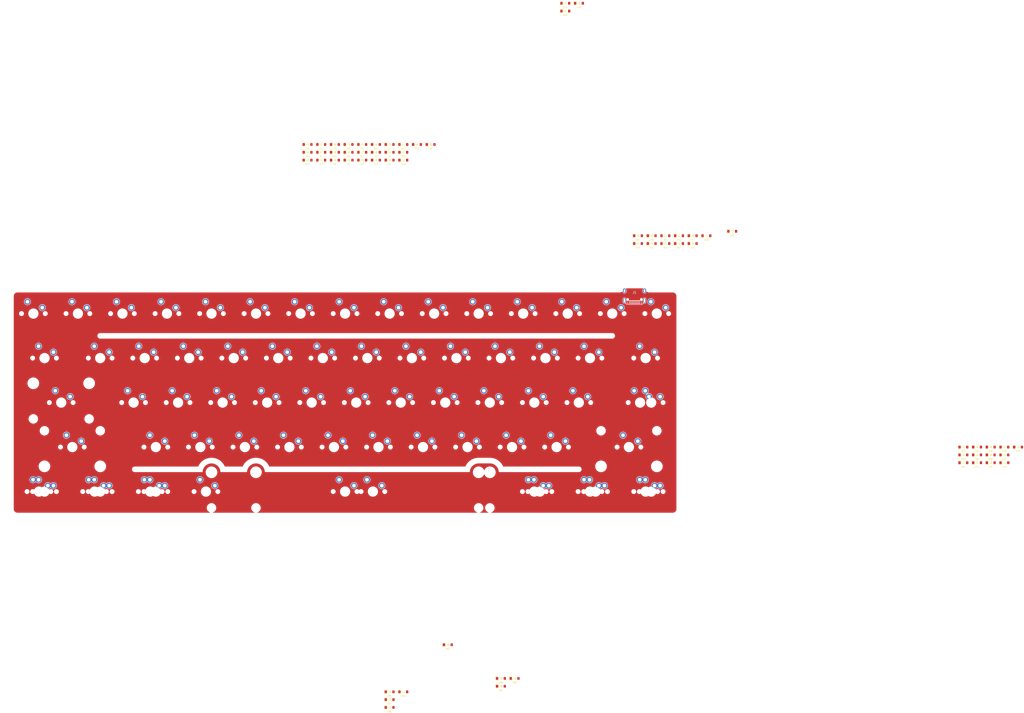
<source format=kicad_pcb>
(kicad_pcb (version 20200518) (host pcbnew "(5.99.0-1913-g40250c427)")
  (layers (0 "F.Cu" signal) (31 "B.Cu" signal) (34 "B.Paste" user) (35 "F.Paste" user) (36 "B.SilkS" user) (37 "F.SilkS" user) (38 "B.Mask" user) (39 "F.Mask" user) (44 "Edge.Cuts" user))
  (net 0 "")
  (net 1 "Net-(SW1-Pad1)")
  (net 2 "Net-(SW2-Pad1)")
  (net 3 "Net-(SW3-Pad1)")
  (net 4 "Net-(SW4-Pad1)")
  (net 5 "Net-(SW5-Pad1)")
  (net 6 "Net-(SW6-Pad1)")
  (net 7 "Net-(SW7-Pad1)")
  (net 8 "Net-(SW8-Pad1)")
  (net 9 "Net-(SW9-Pad1)")
  (net 10 "Net-(SW10-Pad1)")
  (net 11 "Net-(SW11-Pad1)")
  (net 12 "Net-(SW12-Pad1)")
  (net 13 "Net-(SW13-Pad1)")
  (net 14 "Net-(SW14-Pad1)")
  (net 15 "Net-(SW15-Pad1)")
  (net 16 "Net-(J1-PadS)")
  (net 17 "Net-(J1-PadB8)")
  (net 18 "Net-(J1-PadA5)")
  (net 19 "Net-(J1-PadB7)")
  (net 20 "Net-(J1-PadA6)")
  (net 21 "Net-(J1-PadB5)")
  (net 22 "Net-(J1-PadA8)")
  (net 23 "Net-(J1-PadB6)")
  (net 24 "Net-(J1-PadA7)")
  (net 25 "Net-(J1-PadA4)")
  (net 26 "Net-(J1-PadB4)")
  (net 27 "GND")
  (net 28 "Net-(D1-Pad1)")
  (net 29 "Net-(D1-Pad2)")
  (net 30 "Net-(D2-Pad1)")
  (net 31 "Net-(D2-Pad2)")
  (net 32 "Net-(D3-Pad1)")
  (net 33 "Net-(D3-Pad2)")
  (net 34 "Net-(D4-Pad1)")
  (net 35 "Net-(D4-Pad2)")
  (net 36 "Net-(D5-Pad1)")
  (net 37 "Net-(D5-Pad2)")
  (net 38 "Net-(D6-Pad1)")
  (net 39 "Net-(D6-Pad2)")
  (net 40 "Net-(D7-Pad1)")
  (net 41 "Net-(D7-Pad2)")
  (net 42 "Net-(D8-Pad1)")
  (net 43 "Net-(D8-Pad2)")
  (net 44 "Net-(D9-Pad1)")
  (net 45 "Net-(D9-Pad2)")
  (net 46 "Net-(D10-Pad1)")
  (net 47 "Net-(D10-Pad2)")
  (net 48 "Net-(D11-Pad1)")
  (net 49 "Net-(D11-Pad2)")
  (net 50 "Net-(D12-Pad1)")
  (net 51 "Net-(D12-Pad2)")
  (net 52 "Net-(D13-Pad1)")
  (net 53 "Net-(D13-Pad2)")
  (net 54 "Net-(D14-Pad1)")
  (net 55 "Net-(D14-Pad2)")
  (net 56 "Net-(D15-Pad1)")
  (net 57 "Net-(D15-Pad2)")
  (net 58 "Net-(D16-Pad1)")
  (net 59 "Net-(D16-Pad2)")
  (net 60 "Net-(D17-Pad1)")
  (net 61 "Net-(D17-Pad2)")
  (net 62 "Net-(D18-Pad1)")
  (net 63 "Net-(D18-Pad2)")
  (net 64 "Net-(D19-Pad1)")
  (net 65 "Net-(D19-Pad2)")
  (net 66 "Net-(D20-Pad1)")
  (net 67 "Net-(D20-Pad2)")
  (net 68 "Net-(D21-Pad1)")
  (net 69 "Net-(D21-Pad2)")
  (net 70 "Net-(D22-Pad1)")
  (net 71 "Net-(D22-Pad2)")
  (net 72 "Net-(D23-Pad1)")
  (net 73 "Net-(D23-Pad2)")
  (net 74 "Net-(D24-Pad1)")
  (net 75 "Net-(D24-Pad2)")
  (net 76 "Net-(D25-Pad1)")
  (net 77 "Net-(D25-Pad2)")
  (net 78 "Net-(D26-Pad1)")
  (net 79 "Net-(D26-Pad2)")
  (net 80 "Net-(D27-Pad1)")
  (net 81 "Net-(D27-Pad2)")
  (net 82 "Net-(D28-Pad1)")
  (net 83 "Net-(D28-Pad2)")
  (net 84 "Net-(D29-Pad1)")
  (net 85 "Net-(D29-Pad2)")
  (net 86 "Net-(SW16-Pad1)")
  (net 87 "Net-(SW17-Pad1)")
  (net 88 "Net-(SW18-Pad1)")
  (net 89 "Net-(SW19-Pad1)")
  (net 90 "Net-(SW20-Pad1)")
  (net 91 "Net-(SW21-Pad1)")
  (net 92 "Net-(SW22-Pad1)")
  (net 93 "Net-(SW23-Pad1)")
  (net 94 "Net-(SW24-Pad1)")
  (net 95 "Net-(SW25-Pad1)")
  (net 96 "Net-(SW26-Pad1)")
  (net 97 "Net-(SW27-Pad1)")
  (net 98 "Net-(SW28-Pad1)")
  (net 99 "Net-(SW29-Pad1)")
  (net 100 "Net-(D30-Pad1)")
  (net 101 "Net-(D30-Pad2)")
  (net 102 "Net-(D31-Pad1)")
  (net 103 "Net-(D31-Pad2)")
  (net 104 "Net-(D32-Pad1)")
  (net 105 "Net-(D32-Pad2)")
  (net 106 "Net-(D33-Pad1)")
  (net 107 "Net-(D33-Pad2)")
  (net 108 "Net-(D34-Pad1)")
  (net 109 "Net-(D34-Pad2)")
  (net 110 "Net-(D35-Pad1)")
  (net 111 "Net-(D35-Pad2)")
  (net 112 "Net-(D36-Pad1)")
  (net 113 "Net-(D36-Pad2)")
  (net 114 "Net-(D37-Pad1)")
  (net 115 "Net-(D37-Pad2)")
  (net 116 "Net-(D38-Pad1)")
  (net 117 "Net-(D38-Pad2)")
  (net 118 "Net-(D39-Pad1)")
  (net 119 "Net-(D39-Pad2)")
  (net 120 "Net-(D40-Pad1)")
  (net 121 "Net-(D40-Pad2)")
  (net 122 "Net-(D41-Pad1)")
  (net 123 "Net-(D41-Pad2)")
  (net 124 "Net-(D42-Pad1)")
  (net 125 "Net-(D42-Pad2)")
  (net 126 "Net-(SW30-Pad1)")
  (net 127 "Net-(SW31-Pad1)")
  (net 128 "Net-(SW32-Pad1)")
  (net 129 "Net-(SW33-Pad1)")
  (net 130 "Net-(SW34-Pad1)")
  (net 131 "Net-(SW35-Pad1)")
  (net 132 "Net-(SW36-Pad1)")
  (net 133 "Net-(SW37-Pad1)")
  (net 134 "Net-(SW38-Pad1)")
  (net 135 "Net-(SW39-Pad1)")
  (net 136 "Net-(SW40-Pad1)")
  (net 137 "Net-(SW41-Pad1)")
  (net 138 "Net-(SW42-Pad1)")
  (net 139 "Net-(SW43-Pad1)")
  (net 140 "Net-(SW43-Pad2)")
  (net 141 "Net-(D43-Pad1)")
  (net 142 "Net-(D43-Pad2)")
  (net 143 "Net-(D44-Pad1)")
  (net 144 "Net-(D44-Pad2)")
  (net 145 "Net-(D45-Pad1)")
  (net 146 "Net-(D45-Pad2)")
  (net 147 "Net-(D46-Pad1)")
  (net 148 "Net-(D46-Pad2)")
  (net 149 "Net-(D47-Pad1)")
  (net 150 "Net-(D47-Pad2)")
  (net 151 "Net-(D48-Pad1)")
  (net 152 "Net-(D48-Pad2)")
  (net 153 "Net-(D49-Pad1)")
  (net 154 "Net-(D49-Pad2)")
  (net 155 "Net-(D50-Pad1)")
  (net 156 "Net-(D50-Pad2)")
  (net 157 "Net-(D51-Pad1)")
  (net 158 "Net-(D51-Pad2)")
  (net 159 "Net-(D52-Pad1)")
  (net 160 "Net-(D52-Pad2)")
  (net 161 "Net-(D53-Pad1)")
  (net 162 "Net-(D53-Pad2)")
  (net 163 "Net-(D54-Pad1)")
  (net 164 "Net-(D54-Pad2)")
  (net 165 "Net-(SW44-Pad1)")
  (net 166 "Net-(SW45-Pad1)")
  (net 167 "Net-(SW46-Pad1)")
  (net 168 "Net-(SW47-Pad1)")
  (net 169 "Net-(SW48-Pad1)")
  (net 170 "Net-(SW49-Pad1)")
  (net 171 "Net-(SW50-Pad1)")
  (net 172 "Net-(SW51-Pad1)")
  (net 173 "Net-(SW52-Pad1)")
  (net 174 "Net-(SW53-Pad1)")
  (net 175 "Net-(SW54-Pad1)")
  (net 176 "Net-(SW?B-Pad1)")
  (net 177 "Net-(D55-Pad1)")
  (net 178 "Net-(D55-Pad2)")
  (net 179 "Net-(D56-Pad1)")
  (net 180 "Net-(D56-Pad2)")
  (net 181 "Net-(D57-Pad1)")
  (net 182 "Net-(D57-Pad2)")
  (net 183 "Net-(D58-Pad1)")
  (net 184 "Net-(D58-Pad2)")
  (net 185 "Net-(D59-Pad1)")
  (net 186 "Net-(D59-Pad2)")
  (net 187 "Net-(D60-Pad1)")
  (net 188 "Net-(D60-Pad2)")
  (net 189 "Net-(D61-Pad1)")
  (net 190 "Net-(D61-Pad2)")
  (net 191 "Net-(D62-Pad1)")
  (net 192 "Net-(D62-Pad2)")
  (net 193 "Net-(SW55-Pad1)")
  (net 194 "Net-(SW56-Pad1)")
  (net 195 "Net-(SW57-Pad1)")
  (net 196 "Net-(SW58-Pad1)")
  (net 197 "Net-(SW59-Pad1)")
  (net 198 "Net-(SW60-Pad1)")
  (net 199 "Net-(SW61-Pad1)")
  (net 200 "Net-(SW62-Pad1)")
  (net 201 "Net-(SW66-Pad1)")
  (net 202 "Net-(SW63-Pad2)")
  (net 203 "Net-(SW64-Pad2)")
  (net 204 "Net-(SW65-Pad2)")
  (net 205 "Net-(SW66-Pad2)")
  (net 206 "Net-(SW67-Pad2)")
  (net 207 "Net-(SW68-Pad2)")
  (net 208 "Net-(SW69-Pad2)")
  (module "acheron_MX_SolderMask:MX150" (layer "F.Cu") (at 16.9625 104.41875)
    (fp_text reference "SW69")
    (fp_text value "RCTRL")
    (pad "" np_thru_hole circle (at -5.08 0) (size 1.7018 1.7018) (drill 1.7018) (layers *.Cu *.Mask))
    (pad "" np_thru_hole circle (at 5.08 0) (size 1.7018 1.7018) (drill 1.7018) (layers *.Cu *.Mask))
    (pad "1" thru_hole circle (at -2.54 -5.08) (size 2.54 2.54) (drill 1.524) (layers *.Cu "F.Mask") (net 200 "Net-(SW62-Pad1)"))
    (pad "2" thru_hole circle (at 3.81 -2.54) (size 2.54 2.54) (drill 1.524) (layers *.Cu "F.Mask") (net 208 "Net-(SW69-Pad2)"))
    (pad "" np_thru_hole circle (at 0 0) (size 3.9878 3.9878) (drill 3.9878) (layers *.Cu *.Mask))
  )
  (module "acheron_MX_SolderMask:MX100" (layer "F.Cu") (at 40.775 104.41875)
    (fp_text reference "SW68")
    (fp_text value "RWIN")
    (pad "2" thru_hole circle (at 3.81 -2.54 90) (size 2.54 2.54) (drill 1.524) (layers *.Cu "F.Mask") (net 207 "Net-(SW68-Pad2)"))
    (pad "1" thru_hole circle (at -2.54 -5.08) (size 2.54 2.54) (drill 1.524) (layers *.Cu "F.Mask") (net 199 "Net-(SW61-Pad1)"))
    (pad "" np_thru_hole circle (at -5.08 0) (size 1.7018 1.7018) (drill 1.7018) (layers *.Cu *.Mask))
    (pad "" np_thru_hole circle (at 5.08 0) (size 1.7018 1.7018) (drill 1.7018) (layers *.Cu *.Mask))
    (pad "" np_thru_hole circle (at 0 0) (size 3.9878 3.9878) (drill 3.9878) (layers *.Cu *.Mask))
  )
  (module "acheron_MX_SolderMask:MX150" (layer "F.Cu") (at 64.5875 104.41875)
    (fp_text reference "SW67")
    (fp_text value "RALT")
    (pad "" np_thru_hole circle (at -5.08 0) (size 1.7018 1.7018) (drill 1.7018) (layers *.Cu *.Mask))
    (pad "" np_thru_hole circle (at 5.08 0) (size 1.7018 1.7018) (drill 1.7018) (layers *.Cu *.Mask))
    (pad "1" thru_hole circle (at -2.54 -5.08) (size 2.54 2.54) (drill 1.524) (layers *.Cu "F.Mask") (net 198 "Net-(SW60-Pad1)"))
    (pad "2" thru_hole circle (at 3.81 -2.54) (size 2.54 2.54) (drill 1.524) (layers *.Cu "F.Mask") (net 206 "Net-(SW67-Pad2)"))
    (pad "" np_thru_hole circle (at 0 0) (size 3.9878 3.9878) (drill 3.9878) (layers *.Cu *.Mask))
  )
  (module "acheron_MX_SolderMask:MX700R" (layer "F.Cu") (at 145.55 104.41875)
    (fp_text reference "SW66")
    (fp_text value "SPACE")
    (pad "" np_thru_hole circle (at -57.15 -8.255) (size 3.9878 3.9878) (drill 3.9878) (layers *.Cu *.Mask) (clearance 0.5))
    (pad "" np_thru_hole circle (at 57.15 -8.255) (size 3.9878 3.9878) (drill 3.9878) (layers *.Cu *.Mask) (clearance 0.5))
    (pad "" np_thru_hole circle (at 57.15 6.985) (size 3.048 3.048) (drill 3.048) (layers *.Cu *.Mask) (clearance 0.5))
    (pad "" np_thru_hole circle (at -57.15 6.985) (size 3.048 3.048) (drill 3.048) (layers *.Cu *.Mask) (clearance 0.5))
    (pad "" np_thru_hole circle (at -5.08 0) (size 1.7018 1.7018) (drill 1.7018) (layers *.Cu *.Mask))
    (pad "" np_thru_hole circle (at 5.08 0) (size 1.7018 1.7018) (drill 1.7018) (layers *.Cu *.Mask))
    (pad "1" thru_hole circle (at -2.54 -5.08) (size 2.54 2.54) (drill 1.524) (layers *.Cu "F.Mask") (net 201 "Net-(SW66-Pad1)"))
    (pad "2" thru_hole circle (at 3.81 -2.54) (size 2.54 2.54) (drill 1.524) (layers *.Cu "F.Mask") (net 205 "Net-(SW66-Pad2)"))
    (pad "" np_thru_hole circle (at 0 0) (size 3.9878 3.9878) (drill 3.9878) (layers *.Cu *.Mask))
  )
  (module "acheron_MX_SolderMask:MX150" (layer "F.Cu") (at 226.5125 104.41875)
    (fp_text reference "SW65")
    (fp_text value "LALT")
    (pad "" np_thru_hole circle (at -5.08 0) (size 1.7018 1.7018) (drill 1.7018) (layers *.Cu *.Mask))
    (pad "" np_thru_hole circle (at 5.08 0) (size 1.7018 1.7018) (drill 1.7018) (layers *.Cu *.Mask))
    (pad "1" thru_hole circle (at -2.54 -5.08) (size 2.54 2.54) (drill 1.524) (layers *.Cu "F.Mask") (net 195 "Net-(SW57-Pad1)"))
    (pad "2" thru_hole circle (at 3.81 -2.54) (size 2.54 2.54) (drill 1.524) (layers *.Cu "F.Mask") (net 204 "Net-(SW65-Pad2)"))
    (pad "" np_thru_hole circle (at 0 0) (size 3.9878 3.9878) (drill 3.9878) (layers *.Cu *.Mask))
  )
  (module "acheron_MX_SolderMask:MX100" (layer "F.Cu") (at 250.325 104.41875)
    (fp_text reference "SW64")
    (fp_text value "LWIN")
    (pad "2" thru_hole circle (at 3.81 -2.54 90) (size 2.54 2.54) (drill 1.524) (layers *.Cu "F.Mask") (net 203 "Net-(SW64-Pad2)"))
    (pad "1" thru_hole circle (at -2.54 -5.08) (size 2.54 2.54) (drill 1.524) (layers *.Cu "F.Mask") (net 194 "Net-(SW56-Pad1)"))
    (pad "" np_thru_hole circle (at -5.08 0) (size 1.7018 1.7018) (drill 1.7018) (layers *.Cu *.Mask))
    (pad "" np_thru_hole circle (at 5.08 0) (size 1.7018 1.7018) (drill 1.7018) (layers *.Cu *.Mask))
    (pad "" np_thru_hole circle (at 0 0) (size 3.9878 3.9878) (drill 3.9878) (layers *.Cu *.Mask))
  )
  (module "acheron_MX_SolderMask:MX150" (layer "F.Cu") (at 274.1375 104.41875)
    (fp_text reference "SW63")
    (fp_text value "LCTRL")
    (pad "" np_thru_hole circle (at -5.08 0) (size 1.7018 1.7018) (drill 1.7018) (layers *.Cu *.Mask))
    (pad "" np_thru_hole circle (at 5.08 0) (size 1.7018 1.7018) (drill 1.7018) (layers *.Cu *.Mask))
    (pad "1" thru_hole circle (at -2.54 -5.08) (size 2.54 2.54) (drill 1.524) (layers *.Cu "F.Mask") (net 193 "Net-(SW55-Pad1)"))
    (pad "2" thru_hole circle (at 3.81 -2.54) (size 2.54 2.54) (drill 1.524) (layers *.Cu "F.Mask") (net 202 "Net-(SW63-Pad2)"))
    (pad "" np_thru_hole circle (at 0 0) (size 3.9878 3.9878) (drill 3.9878) (layers *.Cu *.Mask))
  )
  (module "acheron_MX_SolderMask:MX125" (layer "F.Cu") (at 14.58125 104.41875)
    (fp_text reference "SW62")
    (fp_text value "RCTRL")
    (pad "" np_thru_hole circle (at -5.08 0) (size 1.7018 1.7018) (drill 1.7018) (layers *.Cu *.Mask))
    (pad "" np_thru_hole circle (at 5.08 0) (size 1.7018 1.7018) (drill 1.7018) (layers *.Cu *.Mask))
    (pad "1" thru_hole circle (at -2.54 -5.08) (size 2.54 2.54) (drill 1.524) (layers *.Cu "F.Mask") (net 200 "Net-(SW62-Pad1)"))
    (pad "2" thru_hole circle (at 3.81 -2.54) (size 2.54 2.54) (drill 1.524) (layers *.Cu "F.Mask") (net 192 "Net-(D62-Pad2)"))
    (pad "" np_thru_hole circle (at 0 0) (size 3.9878 3.9878) (drill 3.9878) (layers *.Cu *.Mask))
  )
  (module "acheron_MX_SolderMask:MX125" (layer "F.Cu") (at 38.39375 104.41875)
    (fp_text reference "SW61")
    (fp_text value "FN")
    (pad "" np_thru_hole circle (at -5.08 0) (size 1.7018 1.7018) (drill 1.7018) (layers *.Cu *.Mask))
    (pad "" np_thru_hole circle (at 5.08 0) (size 1.7018 1.7018) (drill 1.7018) (layers *.Cu *.Mask))
    (pad "1" thru_hole circle (at -2.54 -5.08) (size 2.54 2.54) (drill 1.524) (layers *.Cu "F.Mask") (net 199 "Net-(SW61-Pad1)"))
    (pad "2" thru_hole circle (at 3.81 -2.54) (size 2.54 2.54) (drill 1.524) (layers *.Cu "F.Mask") (net 190 "Net-(D61-Pad2)"))
    (pad "" np_thru_hole circle (at 0 0) (size 3.9878 3.9878) (drill 3.9878) (layers *.Cu *.Mask))
  )
  (module "acheron_MX_SolderMask:MX125" (layer "F.Cu") (at 62.20625 104.41875)
    (fp_text reference "SW60")
    (fp_text value "RWIN")
    (pad "" np_thru_hole circle (at -5.08 0) (size 1.7018 1.7018) (drill 1.7018) (layers *.Cu *.Mask))
    (pad "" np_thru_hole circle (at 5.08 0) (size 1.7018 1.7018) (drill 1.7018) (layers *.Cu *.Mask))
    (pad "1" thru_hole circle (at -2.54 -5.08) (size 2.54 2.54) (drill 1.524) (layers *.Cu "F.Mask") (net 198 "Net-(SW60-Pad1)"))
    (pad "2" thru_hole circle (at 3.81 -2.54) (size 2.54 2.54) (drill 1.524) (layers *.Cu "F.Mask") (net 188 "Net-(D60-Pad2)"))
    (pad "" np_thru_hole circle (at 0 0) (size 3.9878 3.9878) (drill 3.9878) (layers *.Cu *.Mask))
  )
  (module "acheron_MX_SolderMask:MX125" (layer "F.Cu") (at 86.01875 104.41875)
    (fp_text reference "SW59")
    (fp_text value "RALT")
    (pad "" np_thru_hole circle (at -5.08 0) (size 1.7018 1.7018) (drill 1.7018) (layers *.Cu *.Mask))
    (pad "" np_thru_hole circle (at 5.08 0) (size 1.7018 1.7018) (drill 1.7018) (layers *.Cu *.Mask))
    (pad "1" thru_hole circle (at -2.54 -5.08) (size 2.54 2.54) (drill 1.524) (layers *.Cu "F.Mask") (net 197 "Net-(SW59-Pad1)"))
    (pad "2" thru_hole circle (at 3.81 -2.54) (size 2.54 2.54) (drill 1.524) (layers *.Cu "F.Mask") (net 186 "Net-(D59-Pad2)"))
    (pad "" np_thru_hole circle (at 0 0) (size 3.9878 3.9878) (drill 3.9878) (layers *.Cu *.Mask))
  )
  (module "acheron_MX_SolderMask:MX625R" (layer "F.Cu") (at 157.45625 104.41875)
    (fp_text reference "SW58")
    (fp_text value "SPACE")
    (pad "" np_thru_hole circle (at -50.038 -8.255) (size 3.9878 3.9878) (drill 3.9878) (layers *.Cu *.Mask) (clearance 0.5))
    (pad "" np_thru_hole circle (at 50.038 -8.255) (size 3.9878 3.9878) (drill 3.9878) (layers *.Cu *.Mask) (clearance 0.5))
    (pad "" np_thru_hole circle (at 50.038 6.985) (size 3.048 3.048) (drill 3.048) (layers *.Cu *.Mask) (clearance 0.5))
    (pad "" np_thru_hole circle (at -50.038 6.985) (size 3.048 3.048) (drill 3.048) (layers *.Cu *.Mask) (clearance 0.5))
    (pad "" np_thru_hole circle (at -5.08 0) (size 1.7018 1.7018) (drill 1.7018) (layers *.Cu *.Mask))
    (pad "" np_thru_hole circle (at 5.08 0) (size 1.7018 1.7018) (drill 1.7018) (layers *.Cu *.Mask))
    (pad "1" thru_hole circle (at -2.54 -5.08) (size 2.54 2.54) (drill 1.524) (layers *.Cu "F.Mask") (net 196 "Net-(SW58-Pad1)"))
    (pad "2" thru_hole circle (at 3.81 -2.54) (size 2.54 2.54) (drill 1.524) (layers *.Cu "F.Mask") (net 184 "Net-(D58-Pad2)"))
    (pad "" np_thru_hole circle (at 0 0) (size 3.9878 3.9878) (drill 3.9878) (layers *.Cu *.Mask))
  )
  (module "acheron_MX_SolderMask:MX125" (layer "F.Cu") (at 228.89375 104.41875)
    (fp_text reference "SW57")
    (fp_text value "LALT")
    (pad "" np_thru_hole circle (at -5.08 0) (size 1.7018 1.7018) (drill 1.7018) (layers *.Cu *.Mask))
    (pad "" np_thru_hole circle (at 5.08 0) (size 1.7018 1.7018) (drill 1.7018) (layers *.Cu *.Mask))
    (pad "1" thru_hole circle (at -2.54 -5.08) (size 2.54 2.54) (drill 1.524) (layers *.Cu "F.Mask") (net 195 "Net-(SW57-Pad1)"))
    (pad "2" thru_hole circle (at 3.81 -2.54) (size 2.54 2.54) (drill 1.524) (layers *.Cu "F.Mask") (net 182 "Net-(D57-Pad2)"))
    (pad "" np_thru_hole circle (at 0 0) (size 3.9878 3.9878) (drill 3.9878) (layers *.Cu *.Mask))
  )
  (module "acheron_MX_SolderMask:MX125" (layer "F.Cu") (at 252.70625 104.41875)
    (fp_text reference "SW56")
    (fp_text value "LWIN")
    (pad "" np_thru_hole circle (at -5.08 0) (size 1.7018 1.7018) (drill 1.7018) (layers *.Cu *.Mask))
    (pad "" np_thru_hole circle (at 5.08 0) (size 1.7018 1.7018) (drill 1.7018) (layers *.Cu *.Mask))
    (pad "1" thru_hole circle (at -2.54 -5.08) (size 2.54 2.54) (drill 1.524) (layers *.Cu "F.Mask") (net 194 "Net-(SW56-Pad1)"))
    (pad "2" thru_hole circle (at 3.81 -2.54) (size 2.54 2.54) (drill 1.524) (layers *.Cu "F.Mask") (net 180 "Net-(D56-Pad2)"))
    (pad "" np_thru_hole circle (at 0 0) (size 3.9878 3.9878) (drill 3.9878) (layers *.Cu *.Mask))
  )
  (module "acheron_MX_SolderMask:MX125" (layer "F.Cu") (at 276.51875 104.41875)
    (fp_text reference "SW55")
    (fp_text value "LCTRL")
    (pad "" np_thru_hole circle (at -5.08 0) (size 1.7018 1.7018) (drill 1.7018) (layers *.Cu *.Mask))
    (pad "" np_thru_hole circle (at 5.08 0) (size 1.7018 1.7018) (drill 1.7018) (layers *.Cu *.Mask))
    (pad "1" thru_hole circle (at -2.54 -5.08) (size 2.54 2.54) (drill 1.524) (layers *.Cu "F.Mask") (net 193 "Net-(SW55-Pad1)"))
    (pad "2" thru_hole circle (at 3.81 -2.54) (size 2.54 2.54) (drill 1.524) (layers *.Cu "F.Mask") (net 178 "Net-(D55-Pad2)"))
    (pad "" np_thru_hole circle (at 0 0) (size 3.9878 3.9878) (drill 3.9878) (layers *.Cu *.Mask))
  )
  (module "acheron_Components:D_SOD-123" (layer "F.Cu") (at 212.225 187.7625)
    (fp_text reference "D62" (at -0.00012 1.7786 180) (layer "F.SilkS") (effects (font (size 0.6 0.6))))
    (fp_text value "1N4148W")
    (pad "1" smd roundrect (at -1.65 0) (size 1 1.2) (layers "F.Cu" "F.Paste" "F.Mask") (net 191 "Net-(D62-Pad1)"))
    (pad "2" smd roundrect (at 1.65 0) (size 1 1.2) (layers "F.Cu" "F.Paste" "F.Mask") (net 192 "Net-(D62-Pad2)"))
  )
  (module "acheron_Components:D_SOD-123" (layer "F.Cu") (at 189.51 169.99375)
    (fp_text reference "D61" (at -0.00012 1.7786 180) (layer "F.SilkS") (effects (font (size 0.6 0.6))))
    (fp_text value "1N4148W")
    (pad "1" smd roundrect (at -1.65 0) (size 1 1.2) (layers "F.Cu" "F.Paste" "F.Mask") (net 189 "Net-(D61-Pad1)"))
    (pad "2" smd roundrect (at 1.65 0) (size 1 1.2) (layers "F.Cu" "F.Paste" "F.Mask") (net 190 "Net-(D61-Pad2)"))
  )
  (module "acheron_Components:D_SOD-123" (layer "F.Cu") (at 218.075 184.4125)
    (fp_text reference "D60" (at -0.00012 1.7786 180) (layer "F.SilkS") (effects (font (size 0.6 0.6))))
    (fp_text value "1N4148W")
    (pad "1" smd roundrect (at -1.65 0) (size 1 1.2) (layers "F.Cu" "F.Paste" "F.Mask") (net 187 "Net-(D60-Pad1)"))
    (pad "2" smd roundrect (at 1.65 0) (size 1 1.2) (layers "F.Cu" "F.Paste" "F.Mask") (net 188 "Net-(D60-Pad2)"))
  )
  (module "acheron_Components:D_SOD-123" (layer "F.Cu") (at 212.225 184.4125)
    (fp_text reference "D59" (at -0.00012 1.7786 180) (layer "F.SilkS") (effects (font (size 0.6 0.6))))
    (fp_text value "1N4148W")
    (pad "1" smd roundrect (at -1.65 0) (size 1 1.2) (layers "F.Cu" "F.Paste" "F.Mask") (net 185 "Net-(D59-Pad1)"))
    (pad "2" smd roundrect (at 1.65 0) (size 1 1.2) (layers "F.Cu" "F.Paste" "F.Mask") (net 186 "Net-(D59-Pad2)"))
  )
  (module "acheron_Components:D_SOD-123" (layer "F.Cu") (at 164.6 196.84375)
    (fp_text reference "D58" (at -0.00012 1.7786 180) (layer "F.SilkS") (effects (font (size 0.6 0.6))))
    (fp_text value "1N4148W")
    (pad "1" smd roundrect (at -1.65 0) (size 1 1.2) (layers "F.Cu" "F.Paste" "F.Mask") (net 183 "Net-(D58-Pad1)"))
    (pad "2" smd roundrect (at 1.65 0) (size 1 1.2) (layers "F.Cu" "F.Paste" "F.Mask") (net 184 "Net-(D58-Pad2)"))
  )
  (module "acheron_Components:D_SOD-123" (layer "F.Cu") (at 164.6 193.49375)
    (fp_text reference "D57" (at -0.00012 1.7786 180) (layer "F.SilkS") (effects (font (size 0.6 0.6))))
    (fp_text value "1N4148W")
    (pad "1" smd roundrect (at -1.65 0) (size 1 1.2) (layers "F.Cu" "F.Paste" "F.Mask") (net 181 "Net-(D57-Pad1)"))
    (pad "2" smd roundrect (at 1.65 0) (size 1 1.2) (layers "F.Cu" "F.Paste" "F.Mask") (net 182 "Net-(D57-Pad2)"))
  )
  (module "acheron_Components:D_SOD-123" (layer "F.Cu") (at 170.45 190.14375)
    (fp_text reference "D56" (at -0.00012 1.7786 180) (layer "F.SilkS") (effects (font (size 0.6 0.6))))
    (fp_text value "1N4148W")
    (pad "1" smd roundrect (at -1.65 0) (size 1 1.2) (layers "F.Cu" "F.Paste" "F.Mask") (net 179 "Net-(D56-Pad1)"))
    (pad "2" smd roundrect (at 1.65 0) (size 1 1.2) (layers "F.Cu" "F.Paste" "F.Mask") (net 180 "Net-(D56-Pad2)"))
  )
  (module "acheron_Components:D_SOD-123" (layer "F.Cu") (at 164.6 190.14375)
    (fp_text reference "D55" (at -0.00012 1.7786 180) (layer "F.SilkS") (effects (font (size 0.6 0.6))))
    (fp_text value "1N4148W")
    (pad "1" smd roundrect (at -1.65 0) (size 1 1.2) (layers "F.Cu" "F.Paste" "F.Mask") (net 177 "Net-(D55-Pad1)"))
    (pad "2" smd roundrect (at 1.65 0) (size 1 1.2) (layers "F.Cu" "F.Paste" "F.Mask") (net 178 "Net-(D55-Pad2)"))
  )
  (module "acheron_MX_SolderMask:MX225R" (layer "F.Cu") (at 24.10625 66.31875)
    (fp_text reference "SW42")
    (fp_text value "ENTER")
    (pad "" np_thru_hole circle (at 11.938 -8.255 180) (size 3.9878 3.9878) (drill 3.9878) (layers *.Cu *.Mask) (clearance 0.5))
    (pad "" np_thru_hole circle (at -11.938 -8.255 180) (size 3.9878 3.9878) (drill 3.9878) (layers *.Cu *.Mask) (clearance 0.5))
    (pad "" np_thru_hole circle (at -11.938 6.985 180) (size 3.048 3.048) (drill 3.048) (layers *.Cu *.Mask) (clearance 0.5))
    (pad "" np_thru_hole circle (at 11.938 6.985 180) (size 3.048 3.048) (drill 3.048) (layers *.Cu *.Mask) (clearance 0.5))
    (pad "" np_thru_hole circle (at -5.08 0) (size 1.7018 1.7018) (drill 1.7018) (layers *.Cu *.Mask))
    (pad "" np_thru_hole circle (at 5.08 0) (size 1.7018 1.7018) (drill 1.7018) (layers *.Cu *.Mask))
    (pad "1" thru_hole circle (at -2.54 -5.08) (size 2.54 2.54) (drill 1.524) (layers *.Cu "F.Mask") (net 138 "Net-(SW42-Pad1)"))
    (pad "2" thru_hole circle (at 3.81 -2.54) (size 2.54 2.54) (drill 1.524) (layers *.Cu "F.Mask") (net 125 "Net-(D42-Pad2)"))
    (pad "" np_thru_hole circle (at 0 0) (size 3.9878 3.9878) (drill 3.9878) (layers *.Cu *.Mask))
  )
  (module "acheron_MX_SolderMask:MX100" (layer "F.Cu") (at 159.8375 85.36875)
    (fp_text reference "SW?B1")
    (fp_text value "B")
    (pad "2" thru_hole circle (at 3.81 -2.54 90) (size 2.54 2.54) (drill 1.524) (layers *.Cu "F.Mask") (net 152 "Net-(D48-Pad2)"))
    (pad "1" thru_hole circle (at -2.54 -5.08) (size 2.54 2.54) (drill 1.524) (layers *.Cu "F.Mask") (net 176 "Net-(SW?B-Pad1)"))
    (pad "" np_thru_hole circle (at -5.08 0) (size 1.7018 1.7018) (drill 1.7018) (layers *.Cu *.Mask))
    (pad "" np_thru_hole circle (at 5.08 0) (size 1.7018 1.7018) (drill 1.7018) (layers *.Cu *.Mask))
    (pad "" np_thru_hole circle (at 0 0) (size 3.9878 3.9878) (drill 3.9878) (layers *.Cu *.Mask))
  )
  (module "acheron_MX_SolderMask:MX275" (layer "F.Cu") (at 28.86875 85.36875)
    (fp_text reference "SW54")
    (fp_text value "RSHFT")
    (pad "" np_thru_hole circle (at -11.938 8.255) (size 3.9878 3.9878) (drill 3.9878) (layers *.Cu *.Mask) (clearance 0.5))
    (pad "" np_thru_hole circle (at 11.938 8.255) (size 3.9878 3.9878) (drill 3.9878) (layers *.Cu *.Mask) (clearance 0.5))
    (pad "" np_thru_hole circle (at 11.938 -6.985) (size 3.048 3.048) (drill 3.048) (layers *.Cu *.Mask) (clearance 0.5))
    (pad "" np_thru_hole circle (at -11.938 -6.985) (size 3.048 3.048) (drill 3.048) (layers *.Cu *.Mask) (clearance 0.5))
    (pad "" np_thru_hole circle (at -5.08 0) (size 1.7018 1.7018) (drill 1.7018) (layers *.Cu *.Mask))
    (pad "" np_thru_hole circle (at 5.08 0) (size 1.7018 1.7018) (drill 1.7018) (layers *.Cu *.Mask))
    (pad "1" thru_hole circle (at -2.54 -5.08) (size 2.54 2.54) (drill 1.524) (layers *.Cu "F.Mask") (net 175 "Net-(SW54-Pad1)"))
    (pad "2" thru_hole circle (at 3.81 -2.54) (size 2.54 2.54) (drill 1.524) (layers *.Cu "F.Mask") (net 164 "Net-(D54-Pad2)"))
    (pad "" np_thru_hole circle (at 0 0) (size 3.9878 3.9878) (drill 3.9878) (layers *.Cu *.Mask))
  )
  (module "acheron_MX_SolderMask:MX100" (layer "F.Cu") (at 64.5875 85.36875)
    (fp_text reference "SW53")
    (fp_text value "SLASH")
    (pad "2" thru_hole circle (at 3.81 -2.54 90) (size 2.54 2.54) (drill 1.524) (layers *.Cu "F.Mask") (net 162 "Net-(D53-Pad2)"))
    (pad "1" thru_hole circle (at -2.54 -5.08) (size 2.54 2.54) (drill 1.524) (layers *.Cu "F.Mask") (net 174 "Net-(SW53-Pad1)"))
    (pad "" np_thru_hole circle (at -5.08 0) (size 1.7018 1.7018) (drill 1.7018) (layers *.Cu *.Mask))
    (pad "" np_thru_hole circle (at 5.08 0) (size 1.7018 1.7018) (drill 1.7018) (layers *.Cu *.Mask))
    (pad "" np_thru_hole circle (at 0 0) (size 3.9878 3.9878) (drill 3.9878) (layers *.Cu *.Mask))
  )
  (module "acheron_MX_SolderMask:MX100" (layer "F.Cu") (at 83.6375 85.36875)
    (fp_text reference "SW52")
    (fp_text value "DOT")
    (pad "2" thru_hole circle (at 3.81 -2.54 90) (size 2.54 2.54) (drill 1.524) (layers *.Cu "F.Mask") (net 160 "Net-(D52-Pad2)"))
    (pad "1" thru_hole circle (at -2.54 -5.08) (size 2.54 2.54) (drill 1.524) (layers *.Cu "F.Mask") (net 173 "Net-(SW52-Pad1)"))
    (pad "" np_thru_hole circle (at -5.08 0) (size 1.7018 1.7018) (drill 1.7018) (layers *.Cu *.Mask))
    (pad "" np_thru_hole circle (at 5.08 0) (size 1.7018 1.7018) (drill 1.7018) (layers *.Cu *.Mask))
    (pad "" np_thru_hole circle (at 0 0) (size 3.9878 3.9878) (drill 3.9878) (layers *.Cu *.Mask))
  )
  (module "acheron_MX_SolderMask:MX100" (layer "F.Cu") (at 102.6875 85.36875)
    (fp_text reference "SW51")
    (fp_text value "COMMA")
    (pad "2" thru_hole circle (at 3.81 -2.54 90) (size 2.54 2.54) (drill 1.524) (layers *.Cu "F.Mask") (net 158 "Net-(D51-Pad2)"))
    (pad "1" thru_hole circle (at -2.54 -5.08) (size 2.54 2.54) (drill 1.524) (layers *.Cu "F.Mask") (net 172 "Net-(SW51-Pad1)"))
    (pad "" np_thru_hole circle (at -5.08 0) (size 1.7018 1.7018) (drill 1.7018) (layers *.Cu *.Mask))
    (pad "" np_thru_hole circle (at 5.08 0) (size 1.7018 1.7018) (drill 1.7018) (layers *.Cu *.Mask))
    (pad "" np_thru_hole circle (at 0 0) (size 3.9878 3.9878) (drill 3.9878) (layers *.Cu *.Mask))
  )
  (module "acheron_MX_SolderMask:MX100" (layer "F.Cu") (at 121.7375 85.36875)
    (fp_text reference "SW50")
    (fp_text value "M")
    (pad "2" thru_hole circle (at 3.81 -2.54 90) (size 2.54 2.54) (drill 1.524) (layers *.Cu "F.Mask") (net 156 "Net-(D50-Pad2)"))
    (pad "1" thru_hole circle (at -2.54 -5.08) (size 2.54 2.54) (drill 1.524) (layers *.Cu "F.Mask") (net 171 "Net-(SW50-Pad1)"))
    (pad "" np_thru_hole circle (at -5.08 0) (size 1.7018 1.7018) (drill 1.7018) (layers *.Cu *.Mask))
    (pad "" np_thru_hole circle (at 5.08 0) (size 1.7018 1.7018) (drill 1.7018) (layers *.Cu *.Mask))
    (pad "" np_thru_hole circle (at 0 0) (size 3.9878 3.9878) (drill 3.9878) (layers *.Cu *.Mask))
  )
  (module "acheron_MX_SolderMask:MX100" (layer "F.Cu") (at 140.7875 85.36875)
    (fp_text reference "SW49")
    (fp_text value "N")
    (pad "2" thru_hole circle (at 3.81 -2.54 90) (size 2.54 2.54) (drill 1.524) (layers *.Cu "F.Mask") (net 154 "Net-(D49-Pad2)"))
    (pad "1" thru_hole circle (at -2.54 -5.08) (size 2.54 2.54) (drill 1.524) (layers *.Cu "F.Mask") (net 170 "Net-(SW49-Pad1)"))
    (pad "" np_thru_hole circle (at -5.08 0) (size 1.7018 1.7018) (drill 1.7018) (layers *.Cu *.Mask))
    (pad "" np_thru_hole circle (at 5.08 0) (size 1.7018 1.7018) (drill 1.7018) (layers *.Cu *.Mask))
    (pad "" np_thru_hole circle (at 0 0) (size 3.9878 3.9878) (drill 3.9878) (layers *.Cu *.Mask))
  )
  (module "acheron_MX_SolderMask:MX100" (layer "F.Cu") (at 178.8875 85.36875)
    (fp_text reference "SW48")
    (fp_text value "V")
    (pad "2" thru_hole circle (at 3.81 -2.54 90) (size 2.54 2.54) (drill 1.524) (layers *.Cu "F.Mask") (net 150 "Net-(D47-Pad2)"))
    (pad "1" thru_hole circle (at -2.54 -5.08) (size 2.54 2.54) (drill 1.524) (layers *.Cu "F.Mask") (net 169 "Net-(SW48-Pad1)"))
    (pad "" np_thru_hole circle (at -5.08 0) (size 1.7018 1.7018) (drill 1.7018) (layers *.Cu *.Mask))
    (pad "" np_thru_hole circle (at 5.08 0) (size 1.7018 1.7018) (drill 1.7018) (layers *.Cu *.Mask))
    (pad "" np_thru_hole circle (at 0 0) (size 3.9878 3.9878) (drill 3.9878) (layers *.Cu *.Mask))
  )
  (module "acheron_MX_SolderMask:MX100" (layer "F.Cu") (at 197.9375 85.36875)
    (fp_text reference "SW47")
    (fp_text value "C")
    (pad "2" thru_hole circle (at 3.81 -2.54 90) (size 2.54 2.54) (drill 1.524) (layers *.Cu "F.Mask") (net 148 "Net-(D46-Pad2)"))
    (pad "1" thru_hole circle (at -2.54 -5.08) (size 2.54 2.54) (drill 1.524) (layers *.Cu "F.Mask") (net 168 "Net-(SW47-Pad1)"))
    (pad "" np_thru_hole circle (at -5.08 0) (size 1.7018 1.7018) (drill 1.7018) (layers *.Cu *.Mask))
    (pad "" np_thru_hole circle (at 5.08 0) (size 1.7018 1.7018) (drill 1.7018) (layers *.Cu *.Mask))
    (pad "" np_thru_hole circle (at 0 0) (size 3.9878 3.9878) (drill 3.9878) (layers *.Cu *.Mask))
  )
  (module "acheron_MX_SolderMask:MX100" (layer "F.Cu") (at 216.9875 85.36875)
    (fp_text reference "SW46")
    (fp_text value "X")
    (pad "2" thru_hole circle (at 3.81 -2.54 90) (size 2.54 2.54) (drill 1.524) (layers *.Cu "F.Mask") (net 146 "Net-(D45-Pad2)"))
    (pad "1" thru_hole circle (at -2.54 -5.08) (size 2.54 2.54) (drill 1.524) (layers *.Cu "F.Mask") (net 167 "Net-(SW46-Pad1)"))
    (pad "" np_thru_hole circle (at -5.08 0) (size 1.7018 1.7018) (drill 1.7018) (layers *.Cu *.Mask))
    (pad "" np_thru_hole circle (at 5.08 0) (size 1.7018 1.7018) (drill 1.7018) (layers *.Cu *.Mask))
    (pad "" np_thru_hole circle (at 0 0) (size 3.9878 3.9878) (drill 3.9878) (layers *.Cu *.Mask))
  )
  (module "acheron_MX_SolderMask:MX100" (layer "F.Cu") (at 236.0375 85.36875)
    (fp_text reference "SW45")
    (fp_text value "Z")
    (pad "2" thru_hole circle (at 3.81 -2.54 90) (size 2.54 2.54) (drill 1.524) (layers *.Cu "F.Mask") (net 144 "Net-(D44-Pad2)"))
    (pad "1" thru_hole circle (at -2.54 -5.08) (size 2.54 2.54) (drill 1.524) (layers *.Cu "F.Mask") (net 166 "Net-(SW45-Pad1)"))
    (pad "" np_thru_hole circle (at -5.08 0) (size 1.7018 1.7018) (drill 1.7018) (layers *.Cu *.Mask))
    (pad "" np_thru_hole circle (at 5.08 0) (size 1.7018 1.7018) (drill 1.7018) (layers *.Cu *.Mask))
    (pad "" np_thru_hole circle (at 0 0) (size 3.9878 3.9878) (drill 3.9878) (layers *.Cu *.Mask))
  )
  (module "acheron_MX_SolderMask:MX225" (layer "F.Cu") (at 266.99375 85.36875)
    (fp_text reference "SW44")
    (fp_text value "LSHFT")
    (pad "" np_thru_hole circle (at -11.938 8.255) (size 3.9878 3.9878) (drill 3.9878) (layers *.Cu *.Mask) (clearance 0.5))
    (pad "" np_thru_hole circle (at 11.938 8.255) (size 3.9878 3.9878) (drill 3.9878) (layers *.Cu *.Mask) (clearance 0.5))
    (pad "" np_thru_hole circle (at 11.938 -6.985) (size 3.048 3.048) (drill 3.048) (layers *.Cu *.Mask) (clearance 0.5))
    (pad "" np_thru_hole circle (at -11.938 -6.985) (size 3.048 3.048) (drill 3.048) (layers *.Cu *.Mask) (clearance 0.5))
    (pad "" np_thru_hole circle (at -5.08 0) (size 1.7018 1.7018) (drill 1.7018) (layers *.Cu *.Mask))
    (pad "" np_thru_hole circle (at 5.08 0) (size 1.7018 1.7018) (drill 1.7018) (layers *.Cu *.Mask))
    (pad "1" thru_hole circle (at -2.54 -5.08) (size 2.54 2.54) (drill 1.524) (layers *.Cu "F.Mask") (net 165 "Net-(SW44-Pad1)"))
    (pad "2" thru_hole circle (at 3.81 -2.54) (size 2.54 2.54) (drill 1.524) (layers *.Cu "F.Mask") (net 142 "Net-(D43-Pad2)"))
    (pad "" np_thru_hole circle (at 0 0) (size 3.9878 3.9878) (drill 3.9878) (layers *.Cu *.Mask))
  )
  (module "acheron_Components:D_SOD-123" (layer "F.Cu") (at 282.575 -5.11875)
    (fp_text reference "D54" (at -0.00012 1.7786 180) (layer "F.SilkS") (effects (font (size 0.6 0.6))))
    (fp_text value "1N4148W")
    (pad "1" smd roundrect (at -1.65 0) (size 1 1.2) (layers "F.Cu" "F.Paste" "F.Mask") (net 163 "Net-(D54-Pad1)"))
    (pad "2" smd roundrect (at 1.65 0) (size 1 1.2) (layers "F.Cu" "F.Paste" "F.Mask") (net 164 "Net-(D54-Pad2)"))
  )
  (module "acheron_Components:D_SOD-123" (layer "F.Cu") (at 282.575 -1.76875)
    (fp_text reference "D53" (at -0.00012 1.7786 180) (layer "F.SilkS") (effects (font (size 0.6 0.6))))
    (fp_text value "1N4148W")
    (pad "1" smd roundrect (at -1.65 0) (size 1 1.2) (layers "F.Cu" "F.Paste" "F.Mask") (net 161 "Net-(D53-Pad1)"))
    (pad "2" smd roundrect (at 1.65 0) (size 1 1.2) (layers "F.Cu" "F.Paste" "F.Mask") (net 162 "Net-(D53-Pad2)"))
  )
  (module "acheron_Components:D_SOD-123" (layer "F.Cu") (at 288.425 -1.76875)
    (fp_text reference "D52" (at -0.00012 1.7786 180) (layer "F.SilkS") (effects (font (size 0.6 0.6))))
    (fp_text value "1N4148W")
    (pad "1" smd roundrect (at -1.65 0) (size 1 1.2) (layers "F.Cu" "F.Paste" "F.Mask") (net 159 "Net-(D52-Pad1)"))
    (pad "2" smd roundrect (at 1.65 0) (size 1 1.2) (layers "F.Cu" "F.Paste" "F.Mask") (net 160 "Net-(D52-Pad2)"))
  )
  (module "acheron_Components:D_SOD-123" (layer "F.Cu") (at 270.875 -5.11875)
    (fp_text reference "D51" (at -0.00012 1.7786 180) (layer "F.SilkS") (effects (font (size 0.6 0.6))))
    (fp_text value "1N4148W")
    (pad "1" smd roundrect (at -1.65 0) (size 1 1.2) (layers "F.Cu" "F.Paste" "F.Mask") (net 157 "Net-(D51-Pad1)"))
    (pad "2" smd roundrect (at 1.65 0) (size 1 1.2) (layers "F.Cu" "F.Paste" "F.Mask") (net 158 "Net-(D51-Pad2)"))
  )
  (module "acheron_Components:D_SOD-123" (layer "F.Cu") (at 311.175 -7.01875)
    (fp_text reference "D50" (at -0.00012 1.7786 180) (layer "F.SilkS") (effects (font (size 0.6 0.6))))
    (fp_text value "1N4148W")
    (pad "1" smd roundrect (at -1.65 0) (size 1 1.2) (layers "F.Cu" "F.Paste" "F.Mask") (net 155 "Net-(D50-Pad1)"))
    (pad "2" smd roundrect (at 1.65 0) (size 1 1.2) (layers "F.Cu" "F.Paste" "F.Mask") (net 156 "Net-(D50-Pad2)"))
  )
  (module "acheron_Components:D_SOD-123" (layer "F.Cu") (at 270.875 -1.76875)
    (fp_text reference "D49" (at -0.00012 1.7786 180) (layer "F.SilkS") (effects (font (size 0.6 0.6))))
    (fp_text value "1N4148W")
    (pad "1" smd roundrect (at -1.65 0) (size 1 1.2) (layers "F.Cu" "F.Paste" "F.Mask") (net 153 "Net-(D49-Pad1)"))
    (pad "2" smd roundrect (at 1.65 0) (size 1 1.2) (layers "F.Cu" "F.Paste" "F.Mask") (net 154 "Net-(D49-Pad2)"))
  )
  (module "acheron_Components:D_SOD-123" (layer "F.Cu") (at 300.125 -5.11875)
    (fp_text reference "D48" (at -0.00012 1.7786 180) (layer "F.SilkS") (effects (font (size 0.6 0.6))))
    (fp_text value "1N4148W")
    (pad "1" smd roundrect (at -1.65 0) (size 1 1.2) (layers "F.Cu" "F.Paste" "F.Mask") (net 151 "Net-(D48-Pad1)"))
    (pad "2" smd roundrect (at 1.65 0) (size 1 1.2) (layers "F.Cu" "F.Paste" "F.Mask") (net 152 "Net-(D48-Pad2)"))
  )
  (module "acheron_Components:D_SOD-123" (layer "F.Cu") (at 294.275 -5.11875)
    (fp_text reference "D47" (at -0.00012 1.7786 180) (layer "F.SilkS") (effects (font (size 0.6 0.6))))
    (fp_text value "1N4148W")
    (pad "1" smd roundrect (at -1.65 0) (size 1 1.2) (layers "F.Cu" "F.Paste" "F.Mask") (net 149 "Net-(D47-Pad1)"))
    (pad "2" smd roundrect (at 1.65 0) (size 1 1.2) (layers "F.Cu" "F.Paste" "F.Mask") (net 150 "Net-(D47-Pad2)"))
  )
  (module "acheron_Components:D_SOD-123" (layer "F.Cu") (at 276.725 -5.11875)
    (fp_text reference "D46" (at -0.00012 1.7786 180) (layer "F.SilkS") (effects (font (size 0.6 0.6))))
    (fp_text value "1N4148W")
    (pad "1" smd roundrect (at -1.65 0) (size 1 1.2) (layers "F.Cu" "F.Paste" "F.Mask") (net 147 "Net-(D46-Pad1)"))
    (pad "2" smd roundrect (at 1.65 0) (size 1 1.2) (layers "F.Cu" "F.Paste" "F.Mask") (net 148 "Net-(D46-Pad2)"))
  )
  (module "acheron_Components:D_SOD-123" (layer "F.Cu") (at 294.275 -1.76875)
    (fp_text reference "D45" (at -0.00012 1.7786 180) (layer "F.SilkS") (effects (font (size 0.6 0.6))))
    (fp_text value "1N4148W")
    (pad "1" smd roundrect (at -1.65 0) (size 1 1.2) (layers "F.Cu" "F.Paste" "F.Mask") (net 145 "Net-(D45-Pad1)"))
    (pad "2" smd roundrect (at 1.65 0) (size 1 1.2) (layers "F.Cu" "F.Paste" "F.Mask") (net 146 "Net-(D45-Pad2)"))
  )
  (module "acheron_Components:D_SOD-123" (layer "F.Cu") (at 276.725 -1.76875)
    (fp_text reference "D44" (at -0.00012 1.7786 180) (layer "F.SilkS") (effects (font (size 0.6 0.6))))
    (fp_text value "1N4148W")
    (pad "1" smd roundrect (at -1.65 0) (size 1 1.2) (layers "F.Cu" "F.Paste" "F.Mask") (net 143 "Net-(D44-Pad1)"))
    (pad "2" smd roundrect (at 1.65 0) (size 1 1.2) (layers "F.Cu" "F.Paste" "F.Mask") (net 144 "Net-(D44-Pad2)"))
  )
  (module "acheron_Components:D_SOD-123" (layer "F.Cu") (at 288.425 -5.11875)
    (fp_text reference "D43" (at -0.00012 1.7786 180) (layer "F.SilkS") (effects (font (size 0.6 0.6))))
    (fp_text value "1N4148W")
    (pad "1" smd roundrect (at -1.65 0) (size 1 1.2) (layers "F.Cu" "F.Paste" "F.Mask") (net 141 "Net-(D43-Pad1)"))
    (pad "2" smd roundrect (at 1.65 0) (size 1 1.2) (layers "F.Cu" "F.Paste" "F.Mask") (net 142 "Net-(D43-Pad2)"))
  )
  (module "acheron_MX_SolderMask:MX125" (layer "F.Cu") (at 276.51875 66.31875)
    (fp_text reference "SW43")
    (fp_text value "STEPPED")
    (pad "" np_thru_hole circle (at -5.08 0) (size 1.7018 1.7018) (drill 1.7018) (layers *.Cu *.Mask))
    (pad "" np_thru_hole circle (at 5.08 0) (size 1.7018 1.7018) (drill 1.7018) (layers *.Cu *.Mask))
    (pad "1" thru_hole circle (at -2.54 -5.08) (size 2.54 2.54) (drill 1.524) (layers *.Cu "F.Mask") (net 139 "Net-(SW43-Pad1)"))
    (pad "2" thru_hole circle (at 3.81 -2.54) (size 2.54 2.54) (drill 1.524) (layers *.Cu "F.Mask") (net 140 "Net-(SW43-Pad2)"))
    (pad "" np_thru_hole circle (at 0 0) (size 3.9878 3.9878) (drill 3.9878) (layers *.Cu *.Mask))
  )
  (module "acheron_MX_SolderMask:MX100" (layer "F.Cu") (at 55.0625 66.31875)
    (fp_text reference "SW41")
    (fp_text value "APOST")
    (pad "2" thru_hole circle (at 3.81 -2.54 90) (size 2.54 2.54) (drill 1.524) (layers *.Cu "F.Mask") (net 123 "Net-(D41-Pad2)"))
    (pad "1" thru_hole circle (at -2.54 -5.08) (size 2.54 2.54) (drill 1.524) (layers *.Cu "F.Mask") (net 137 "Net-(SW41-Pad1)"))
    (pad "" np_thru_hole circle (at -5.08 0) (size 1.7018 1.7018) (drill 1.7018) (layers *.Cu *.Mask))
    (pad "" np_thru_hole circle (at 5.08 0) (size 1.7018 1.7018) (drill 1.7018) (layers *.Cu *.Mask))
    (pad "" np_thru_hole circle (at 0 0) (size 3.9878 3.9878) (drill 3.9878) (layers *.Cu *.Mask))
  )
  (module "acheron_MX_SolderMask:MX100" (layer "F.Cu") (at 74.1125 66.31875)
    (fp_text reference "SW40")
    (fp_text value "QUOTE")
    (pad "2" thru_hole circle (at 3.81 -2.54 90) (size 2.54 2.54) (drill 1.524) (layers *.Cu "F.Mask") (net 121 "Net-(D40-Pad2)"))
    (pad "1" thru_hole circle (at -2.54 -5.08) (size 2.54 2.54) (drill 1.524) (layers *.Cu "F.Mask") (net 136 "Net-(SW40-Pad1)"))
    (pad "" np_thru_hole circle (at -5.08 0) (size 1.7018 1.7018) (drill 1.7018) (layers *.Cu *.Mask))
    (pad "" np_thru_hole circle (at 5.08 0) (size 1.7018 1.7018) (drill 1.7018) (layers *.Cu *.Mask))
    (pad "" np_thru_hole circle (at 0 0) (size 3.9878 3.9878) (drill 3.9878) (layers *.Cu *.Mask))
  )
  (module "acheron_MX_SolderMask:MX100" (layer "F.Cu") (at 93.1625 66.31875)
    (fp_text reference "SW39")
    (fp_text value "L")
    (pad "2" thru_hole circle (at 3.81 -2.54 90) (size 2.54 2.54) (drill 1.524) (layers *.Cu "F.Mask") (net 119 "Net-(D39-Pad2)"))
    (pad "1" thru_hole circle (at -2.54 -5.08) (size 2.54 2.54) (drill 1.524) (layers *.Cu "F.Mask") (net 135 "Net-(SW39-Pad1)"))
    (pad "" np_thru_hole circle (at -5.08 0) (size 1.7018 1.7018) (drill 1.7018) (layers *.Cu *.Mask))
    (pad "" np_thru_hole circle (at 5.08 0) (size 1.7018 1.7018) (drill 1.7018) (layers *.Cu *.Mask))
    (pad "" np_thru_hole circle (at 0 0) (size 3.9878 3.9878) (drill 3.9878) (layers *.Cu *.Mask))
  )
  (module "acheron_MX_SolderMask:MX100" (layer "F.Cu") (at 112.2125 66.31875)
    (fp_text reference "SW38")
    (fp_text value "K")
    (pad "2" thru_hole circle (at 3.81 -2.54 90) (size 2.54 2.54) (drill 1.524) (layers *.Cu "F.Mask") (net 117 "Net-(D38-Pad2)"))
    (pad "1" thru_hole circle (at -2.54 -5.08) (size 2.54 2.54) (drill 1.524) (layers *.Cu "F.Mask") (net 134 "Net-(SW38-Pad1)"))
    (pad "" np_thru_hole circle (at -5.08 0) (size 1.7018 1.7018) (drill 1.7018) (layers *.Cu *.Mask))
    (pad "" np_thru_hole circle (at 5.08 0) (size 1.7018 1.7018) (drill 1.7018) (layers *.Cu *.Mask))
    (pad "" np_thru_hole circle (at 0 0) (size 3.9878 3.9878) (drill 3.9878) (layers *.Cu *.Mask))
  )
  (module "acheron_MX_SolderMask:MX100" (layer "F.Cu") (at 131.2625 66.31875)
    (fp_text reference "SW37")
    (fp_text value "J")
    (pad "2" thru_hole circle (at 3.81 -2.54 90) (size 2.54 2.54) (drill 1.524) (layers *.Cu "F.Mask") (net 115 "Net-(D37-Pad2)"))
    (pad "1" thru_hole circle (at -2.54 -5.08) (size 2.54 2.54) (drill 1.524) (layers *.Cu "F.Mask") (net 133 "Net-(SW37-Pad1)"))
    (pad "" np_thru_hole circle (at -5.08 0) (size 1.7018 1.7018) (drill 1.7018) (layers *.Cu *.Mask))
    (pad "" np_thru_hole circle (at 5.08 0) (size 1.7018 1.7018) (drill 1.7018) (layers *.Cu *.Mask))
    (pad "" np_thru_hole circle (at 0 0) (size 3.9878 3.9878) (drill 3.9878) (layers *.Cu *.Mask))
  )
  (module "acheron_MX_SolderMask:MX100" (layer "F.Cu") (at 150.3125 66.31875)
    (fp_text reference "SW36")
    (fp_text value "H")
    (pad "2" thru_hole circle (at 3.81 -2.54 90) (size 2.54 2.54) (drill 1.524) (layers *.Cu "F.Mask") (net 113 "Net-(D36-Pad2)"))
    (pad "1" thru_hole circle (at -2.54 -5.08) (size 2.54 2.54) (drill 1.524) (layers *.Cu "F.Mask") (net 132 "Net-(SW36-Pad1)"))
    (pad "" np_thru_hole circle (at -5.08 0) (size 1.7018 1.7018) (drill 1.7018) (layers *.Cu *.Mask))
    (pad "" np_thru_hole circle (at 5.08 0) (size 1.7018 1.7018) (drill 1.7018) (layers *.Cu *.Mask))
    (pad "" np_thru_hole circle (at 0 0) (size 3.9878 3.9878) (drill 3.9878) (layers *.Cu *.Mask))
  )
  (module "acheron_MX_SolderMask:MX100" (layer "F.Cu") (at 169.3625 66.31875)
    (fp_text reference "SW35")
    (fp_text value "G")
    (pad "2" thru_hole circle (at 3.81 -2.54 90) (size 2.54 2.54) (drill 1.524) (layers *.Cu "F.Mask") (net 111 "Net-(D35-Pad2)"))
    (pad "1" thru_hole circle (at -2.54 -5.08) (size 2.54 2.54) (drill 1.524) (layers *.Cu "F.Mask") (net 131 "Net-(SW35-Pad1)"))
    (pad "" np_thru_hole circle (at -5.08 0) (size 1.7018 1.7018) (drill 1.7018) (layers *.Cu *.Mask))
    (pad "" np_thru_hole circle (at 5.08 0) (size 1.7018 1.7018) (drill 1.7018) (layers *.Cu *.Mask))
    (pad "" np_thru_hole circle (at 0 0) (size 3.9878 3.9878) (drill 3.9878) (layers *.Cu *.Mask))
  )
  (module "acheron_MX_SolderMask:MX100" (layer "F.Cu") (at 188.4125 66.31875)
    (fp_text reference "SW34")
    (fp_text value "F")
    (pad "2" thru_hole circle (at 3.81 -2.54 90) (size 2.54 2.54) (drill 1.524) (layers *.Cu "F.Mask") (net 109 "Net-(D34-Pad2)"))
    (pad "1" thru_hole circle (at -2.54 -5.08) (size 2.54 2.54) (drill 1.524) (layers *.Cu "F.Mask") (net 130 "Net-(SW34-Pad1)"))
    (pad "" np_thru_hole circle (at -5.08 0) (size 1.7018 1.7018) (drill 1.7018) (layers *.Cu *.Mask))
    (pad "" np_thru_hole circle (at 5.08 0) (size 1.7018 1.7018) (drill 1.7018) (layers *.Cu *.Mask))
    (pad "" np_thru_hole circle (at 0 0) (size 3.9878 3.9878) (drill 3.9878) (layers *.Cu *.Mask))
  )
  (module "acheron_MX_SolderMask:MX100" (layer "F.Cu") (at 207.4625 66.31875)
    (fp_text reference "SW33")
    (fp_text value "D")
    (pad "2" thru_hole circle (at 3.81 -2.54 90) (size 2.54 2.54) (drill 1.524) (layers *.Cu "F.Mask") (net 107 "Net-(D33-Pad2)"))
    (pad "1" thru_hole circle (at -2.54 -5.08) (size 2.54 2.54) (drill 1.524) (layers *.Cu "F.Mask") (net 129 "Net-(SW33-Pad1)"))
    (pad "" np_thru_hole circle (at -5.08 0) (size 1.7018 1.7018) (drill 1.7018) (layers *.Cu *.Mask))
    (pad "" np_thru_hole circle (at 5.08 0) (size 1.7018 1.7018) (drill 1.7018) (layers *.Cu *.Mask))
    (pad "" np_thru_hole circle (at 0 0) (size 3.9878 3.9878) (drill 3.9878) (layers *.Cu *.Mask))
  )
  (module "acheron_MX_SolderMask:MX100" (layer "F.Cu") (at 226.5125 66.31875)
    (fp_text reference "SW32")
    (fp_text value "S")
    (pad "2" thru_hole circle (at 3.81 -2.54 90) (size 2.54 2.54) (drill 1.524) (layers *.Cu "F.Mask") (net 105 "Net-(D32-Pad2)"))
    (pad "1" thru_hole circle (at -2.54 -5.08) (size 2.54 2.54) (drill 1.524) (layers *.Cu "F.Mask") (net 128 "Net-(SW32-Pad1)"))
    (pad "" np_thru_hole circle (at -5.08 0) (size 1.7018 1.7018) (drill 1.7018) (layers *.Cu *.Mask))
    (pad "" np_thru_hole circle (at 5.08 0) (size 1.7018 1.7018) (drill 1.7018) (layers *.Cu *.Mask))
    (pad "" np_thru_hole circle (at 0 0) (size 3.9878 3.9878) (drill 3.9878) (layers *.Cu *.Mask))
  )
  (module "acheron_MX_SolderMask:MX100" (layer "F.Cu") (at 245.5625 66.31875)
    (fp_text reference "SW31")
    (fp_text value "A")
    (pad "2" thru_hole circle (at 3.81 -2.54 90) (size 2.54 2.54) (drill 1.524) (layers *.Cu "F.Mask") (net 103 "Net-(D31-Pad2)"))
    (pad "1" thru_hole circle (at -2.54 -5.08) (size 2.54 2.54) (drill 1.524) (layers *.Cu "F.Mask") (net 127 "Net-(SW31-Pad1)"))
    (pad "" np_thru_hole circle (at -5.08 0) (size 1.7018 1.7018) (drill 1.7018) (layers *.Cu *.Mask))
    (pad "" np_thru_hole circle (at 5.08 0) (size 1.7018 1.7018) (drill 1.7018) (layers *.Cu *.Mask))
    (pad "" np_thru_hole circle (at 0 0) (size 3.9878 3.9878) (drill 3.9878) (layers *.Cu *.Mask))
  )
  (module "acheron_MX_SolderMask:MX175" (layer "F.Cu") (at 271.75625 66.31875)
    (fp_text reference "SW30")
    (fp_text value "CAPS")
    (pad "" np_thru_hole circle (at -5.08 0) (size 1.7018 1.7018) (drill 1.7018) (layers *.Cu *.Mask))
    (pad "" np_thru_hole circle (at 5.08 0) (size 1.7018 1.7018) (drill 1.7018) (layers *.Cu *.Mask))
    (pad "1" thru_hole circle (at -2.54 -5.08) (size 2.54 2.54) (drill 1.524) (layers *.Cu "F.Mask") (net 126 "Net-(SW30-Pad1)"))
    (pad "2" thru_hole circle (at 3.81 -2.54) (size 2.54 2.54) (drill 1.524) (layers *.Cu "F.Mask") (net 101 "Net-(D30-Pad2)"))
    (pad "" np_thru_hole circle (at 0 0) (size 3.9878 3.9878) (drill 3.9878) (layers *.Cu *.Mask))
  )
  (module "acheron_Components:D_SOD-123" (layer "F.Cu") (at 427.625 88.71875)
    (fp_text reference "D42" (at -0.00012 1.7786 180) (layer "F.SilkS") (effects (font (size 0.6 0.6))))
    (fp_text value "1N4148W")
    (pad "1" smd roundrect (at -1.65 0) (size 1 1.2) (layers "F.Cu" "F.Paste" "F.Mask") (net 124 "Net-(D42-Pad1)"))
    (pad "2" smd roundrect (at 1.65 0) (size 1 1.2) (layers "F.Cu" "F.Paste" "F.Mask") (net 125 "Net-(D42-Pad2)"))
  )
  (module "acheron_Components:D_SOD-123" (layer "F.Cu") (at 415.925 92.06875)
    (fp_text reference "D41" (at -0.00012 1.7786 180) (layer "F.SilkS") (effects (font (size 0.6 0.6))))
    (fp_text value "1N4148W")
    (pad "1" smd roundrect (at -1.65 0) (size 1 1.2) (layers "F.Cu" "F.Paste" "F.Mask") (net 122 "Net-(D41-Pad1)"))
    (pad "2" smd roundrect (at 1.65 0) (size 1 1.2) (layers "F.Cu" "F.Paste" "F.Mask") (net 123 "Net-(D41-Pad2)"))
  )
  (module "acheron_Components:D_SOD-123" (layer "F.Cu") (at 427.625 92.06875)
    (fp_text reference "D40" (at -0.00012 1.7786 180) (layer "F.SilkS") (effects (font (size 0.6 0.6))))
    (fp_text value "1N4148W")
    (pad "1" smd roundrect (at -1.65 0) (size 1 1.2) (layers "F.Cu" "F.Paste" "F.Mask") (net 120 "Net-(D40-Pad1)"))
    (pad "2" smd roundrect (at 1.65 0) (size 1 1.2) (layers "F.Cu" "F.Paste" "F.Mask") (net 121 "Net-(D40-Pad2)"))
  )
  (module "acheron_Components:D_SOD-123" (layer "F.Cu") (at 421.775 88.71875)
    (fp_text reference "D39" (at -0.00012 1.7786 180) (layer "F.SilkS") (effects (font (size 0.6 0.6))))
    (fp_text value "1N4148W")
    (pad "1" smd roundrect (at -1.65 0) (size 1 1.2) (layers "F.Cu" "F.Paste" "F.Mask") (net 118 "Net-(D39-Pad1)"))
    (pad "2" smd roundrect (at 1.65 0) (size 1 1.2) (layers "F.Cu" "F.Paste" "F.Mask") (net 119 "Net-(D39-Pad2)"))
  )
  (module "acheron_Components:D_SOD-123" (layer "F.Cu") (at 427.625 85.36875)
    (fp_text reference "D38" (at -0.00012 1.7786 180) (layer "F.SilkS") (effects (font (size 0.6 0.6))))
    (fp_text value "1N4148W")
    (pad "1" smd roundrect (at -1.65 0) (size 1 1.2) (layers "F.Cu" "F.Paste" "F.Mask") (net 116 "Net-(D38-Pad1)"))
    (pad "2" smd roundrect (at 1.65 0) (size 1 1.2) (layers "F.Cu" "F.Paste" "F.Mask") (net 117 "Net-(D38-Pad2)"))
  )
  (module "acheron_Components:D_SOD-123" (layer "F.Cu") (at 410.075 92.06875)
    (fp_text reference "D37" (at -0.00012 1.7786 180) (layer "F.SilkS") (effects (font (size 0.6 0.6))))
    (fp_text value "1N4148W")
    (pad "1" smd roundrect (at -1.65 0) (size 1 1.2) (layers "F.Cu" "F.Paste" "F.Mask") (net 114 "Net-(D37-Pad1)"))
    (pad "2" smd roundrect (at 1.65 0) (size 1 1.2) (layers "F.Cu" "F.Paste" "F.Mask") (net 115 "Net-(D37-Pad2)"))
  )
  (module "acheron_Components:D_SOD-123" (layer "F.Cu") (at 433.475 85.36875)
    (fp_text reference "D36" (at -0.00012 1.7786 180) (layer "F.SilkS") (effects (font (size 0.6 0.6))))
    (fp_text value "1N4148W")
    (pad "1" smd roundrect (at -1.65 0) (size 1 1.2) (layers "F.Cu" "F.Paste" "F.Mask") (net 112 "Net-(D36-Pad1)"))
    (pad "2" smd roundrect (at 1.65 0) (size 1 1.2) (layers "F.Cu" "F.Paste" "F.Mask") (net 113 "Net-(D36-Pad2)"))
  )
  (module "acheron_Components:D_SOD-123" (layer "F.Cu") (at 415.925 88.71875)
    (fp_text reference "D35" (at -0.00012 1.7786 180) (layer "F.SilkS") (effects (font (size 0.6 0.6))))
    (fp_text value "1N4148W")
    (pad "1" smd roundrect (at -1.65 0) (size 1 1.2) (layers "F.Cu" "F.Paste" "F.Mask") (net 110 "Net-(D35-Pad1)"))
    (pad "2" smd roundrect (at 1.65 0) (size 1 1.2) (layers "F.Cu" "F.Paste" "F.Mask") (net 111 "Net-(D35-Pad2)"))
  )
  (module "acheron_Components:D_SOD-123" (layer "F.Cu") (at 421.775 92.06875)
    (fp_text reference "D34" (at -0.00012 1.7786 180) (layer "F.SilkS") (effects (font (size 0.6 0.6))))
    (fp_text value "1N4148W")
    (pad "1" smd roundrect (at -1.65 0) (size 1 1.2) (layers "F.Cu" "F.Paste" "F.Mask") (net 108 "Net-(D34-Pad1)"))
    (pad "2" smd roundrect (at 1.65 0) (size 1 1.2) (layers "F.Cu" "F.Paste" "F.Mask") (net 109 "Net-(D34-Pad2)"))
  )
  (module "acheron_Components:D_SOD-123" (layer "F.Cu") (at 415.925 85.36875)
    (fp_text reference "D33" (at -0.00012 1.7786 180) (layer "F.SilkS") (effects (font (size 0.6 0.6))))
    (fp_text value "1N4148W")
    (pad "1" smd roundrect (at -1.65 0) (size 1 1.2) (layers "F.Cu" "F.Paste" "F.Mask") (net 106 "Net-(D33-Pad1)"))
    (pad "2" smd roundrect (at 1.65 0) (size 1 1.2) (layers "F.Cu" "F.Paste" "F.Mask") (net 107 "Net-(D33-Pad2)"))
  )
  (module "acheron_Components:D_SOD-123" (layer "F.Cu") (at 410.075 88.71875)
    (fp_text reference "D32" (at -0.00012 1.7786 180) (layer "F.SilkS") (effects (font (size 0.6 0.6))))
    (fp_text value "1N4148W")
    (pad "1" smd roundrect (at -1.65 0) (size 1 1.2) (layers "F.Cu" "F.Paste" "F.Mask") (net 104 "Net-(D32-Pad1)"))
    (pad "2" smd roundrect (at 1.65 0) (size 1 1.2) (layers "F.Cu" "F.Paste" "F.Mask") (net 105 "Net-(D32-Pad2)"))
  )
  (module "acheron_Components:D_SOD-123" (layer "F.Cu") (at 410.075 85.36875)
    (fp_text reference "D31" (at -0.00012 1.7786 180) (layer "F.SilkS") (effects (font (size 0.6 0.6))))
    (fp_text value "1N4148W")
    (pad "1" smd roundrect (at -1.65 0) (size 1 1.2) (layers "F.Cu" "F.Paste" "F.Mask") (net 102 "Net-(D31-Pad1)"))
    (pad "2" smd roundrect (at 1.65 0) (size 1 1.2) (layers "F.Cu" "F.Paste" "F.Mask") (net 103 "Net-(D31-Pad2)"))
  )
  (module "acheron_Components:D_SOD-123" (layer "F.Cu") (at 421.775 85.36875)
    (fp_text reference "D30" (at -0.00012 1.7786 180) (layer "F.SilkS") (effects (font (size 0.6 0.6))))
    (fp_text value "1N4148W")
    (pad "1" smd roundrect (at -1.65 0) (size 1 1.2) (layers "F.Cu" "F.Paste" "F.Mask") (net 100 "Net-(D30-Pad1)"))
    (pad "2" smd roundrect (at 1.65 0) (size 1 1.2) (layers "F.Cu" "F.Paste" "F.Mask") (net 101 "Net-(D30-Pad2)"))
  )
  (module "acheron_MX_SolderMask:MX150" (layer "F.Cu") (at 16.9625 47.26875)
    (fp_text reference "SW29")
    (fp_text value "BKSLSH")
    (pad "" np_thru_hole circle (at -5.08 0) (size 1.7018 1.7018) (drill 1.7018) (layers *.Cu *.Mask))
    (pad "" np_thru_hole circle (at 5.08 0) (size 1.7018 1.7018) (drill 1.7018) (layers *.Cu *.Mask))
    (pad "1" thru_hole circle (at -2.54 -5.08) (size 2.54 2.54) (drill 1.524) (layers *.Cu "F.Mask") (net 99 "Net-(SW29-Pad1)"))
    (pad "2" thru_hole circle (at 3.81 -2.54) (size 2.54 2.54) (drill 1.524) (layers *.Cu "F.Mask") (net 85 "Net-(D29-Pad2)"))
    (pad "" np_thru_hole circle (at 0 0) (size 3.9878 3.9878) (drill 3.9878) (layers *.Cu *.Mask))
  )
  (module "acheron_MX_SolderMask:MX100" (layer "F.Cu") (at 40.775 47.26875)
    (fp_text reference "SW28")
    (fp_text value "RBRKT")
    (pad "2" thru_hole circle (at 3.81 -2.54 90) (size 2.54 2.54) (drill 1.524) (layers *.Cu "F.Mask") (net 83 "Net-(D28-Pad2)"))
    (pad "1" thru_hole circle (at -2.54 -5.08) (size 2.54 2.54) (drill 1.524) (layers *.Cu "F.Mask") (net 98 "Net-(SW28-Pad1)"))
    (pad "" np_thru_hole circle (at -5.08 0) (size 1.7018 1.7018) (drill 1.7018) (layers *.Cu *.Mask))
    (pad "" np_thru_hole circle (at 5.08 0) (size 1.7018 1.7018) (drill 1.7018) (layers *.Cu *.Mask))
    (pad "" np_thru_hole circle (at 0 0) (size 3.9878 3.9878) (drill 3.9878) (layers *.Cu *.Mask))
  )
  (module "acheron_MX_SolderMask:MX100" (layer "F.Cu") (at 59.825 47.26875)
    (fp_text reference "SW27")
    (fp_text value "LBRKT")
    (pad "2" thru_hole circle (at 3.81 -2.54 90) (size 2.54 2.54) (drill 1.524) (layers *.Cu "F.Mask") (net 81 "Net-(D27-Pad2)"))
    (pad "1" thru_hole circle (at -2.54 -5.08) (size 2.54 2.54) (drill 1.524) (layers *.Cu "F.Mask") (net 97 "Net-(SW27-Pad1)"))
    (pad "" np_thru_hole circle (at -5.08 0) (size 1.7018 1.7018) (drill 1.7018) (layers *.Cu *.Mask))
    (pad "" np_thru_hole circle (at 5.08 0) (size 1.7018 1.7018) (drill 1.7018) (layers *.Cu *.Mask))
    (pad "" np_thru_hole circle (at 0 0) (size 3.9878 3.9878) (drill 3.9878) (layers *.Cu *.Mask))
  )
  (module "acheron_MX_SolderMask:MX100" (layer "F.Cu") (at 78.875 47.26875)
    (fp_text reference "SW26")
    (fp_text value "P")
    (pad "2" thru_hole circle (at 3.81 -2.54 90) (size 2.54 2.54) (drill 1.524) (layers *.Cu "F.Mask") (net 79 "Net-(D26-Pad2)"))
    (pad "1" thru_hole circle (at -2.54 -5.08) (size 2.54 2.54) (drill 1.524) (layers *.Cu "F.Mask") (net 96 "Net-(SW26-Pad1)"))
    (pad "" np_thru_hole circle (at -5.08 0) (size 1.7018 1.7018) (drill 1.7018) (layers *.Cu *.Mask))
    (pad "" np_thru_hole circle (at 5.08 0) (size 1.7018 1.7018) (drill 1.7018) (layers *.Cu *.Mask))
    (pad "" np_thru_hole circle (at 0 0) (size 3.9878 3.9878) (drill 3.9878) (layers *.Cu *.Mask))
  )
  (module "acheron_MX_SolderMask:MX100" (layer "F.Cu") (at 97.925 47.26875)
    (fp_text reference "SW25")
    (fp_text value "O")
    (pad "2" thru_hole circle (at 3.81 -2.54 90) (size 2.54 2.54) (drill 1.524) (layers *.Cu "F.Mask") (net 77 "Net-(D25-Pad2)"))
    (pad "1" thru_hole circle (at -2.54 -5.08) (size 2.54 2.54) (drill 1.524) (layers *.Cu "F.Mask") (net 95 "Net-(SW25-Pad1)"))
    (pad "" np_thru_hole circle (at -5.08 0) (size 1.7018 1.7018) (drill 1.7018) (layers *.Cu *.Mask))
    (pad "" np_thru_hole circle (at 5.08 0) (size 1.7018 1.7018) (drill 1.7018) (layers *.Cu *.Mask))
    (pad "" np_thru_hole circle (at 0 0) (size 3.9878 3.9878) (drill 3.9878) (layers *.Cu *.Mask))
  )
  (module "acheron_MX_SolderMask:MX100" (layer "F.Cu") (at 116.975 47.26875)
    (fp_text reference "SW24")
    (fp_text value "I")
    (pad "2" thru_hole circle (at 3.81 -2.54 90) (size 2.54 2.54) (drill 1.524) (layers *.Cu "F.Mask") (net 75 "Net-(D24-Pad2)"))
    (pad "1" thru_hole circle (at -2.54 -5.08) (size 2.54 2.54) (drill 1.524) (layers *.Cu "F.Mask") (net 94 "Net-(SW24-Pad1)"))
    (pad "" np_thru_hole circle (at -5.08 0) (size 1.7018 1.7018) (drill 1.7018) (layers *.Cu *.Mask))
    (pad "" np_thru_hole circle (at 5.08 0) (size 1.7018 1.7018) (drill 1.7018) (layers *.Cu *.Mask))
    (pad "" np_thru_hole circle (at 0 0) (size 3.9878 3.9878) (drill 3.9878) (layers *.Cu *.Mask))
  )
  (module "acheron_MX_SolderMask:MX100" (layer "F.Cu") (at 136.025 47.26875)
    (fp_text reference "SW23")
    (fp_text value "U")
    (pad "2" thru_hole circle (at 3.81 -2.54 90) (size 2.54 2.54) (drill 1.524) (layers *.Cu "F.Mask") (net 73 "Net-(D23-Pad2)"))
    (pad "1" thru_hole circle (at -2.54 -5.08) (size 2.54 2.54) (drill 1.524) (layers *.Cu "F.Mask") (net 93 "Net-(SW23-Pad1)"))
    (pad "" np_thru_hole circle (at -5.08 0) (size 1.7018 1.7018) (drill 1.7018) (layers *.Cu *.Mask))
    (pad "" np_thru_hole circle (at 5.08 0) (size 1.7018 1.7018) (drill 1.7018) (layers *.Cu *.Mask))
    (pad "" np_thru_hole circle (at 0 0) (size 3.9878 3.9878) (drill 3.9878) (layers *.Cu *.Mask))
  )
  (module "acheron_MX_SolderMask:MX100" (layer "F.Cu") (at 155.075 47.26875)
    (fp_text reference "SW22")
    (fp_text value "Y")
    (pad "2" thru_hole circle (at 3.81 -2.54 90) (size 2.54 2.54) (drill 1.524) (layers *.Cu "F.Mask") (net 71 "Net-(D22-Pad2)"))
    (pad "1" thru_hole circle (at -2.54 -5.08) (size 2.54 2.54) (drill 1.524) (layers *.Cu "F.Mask") (net 92 "Net-(SW22-Pad1)"))
    (pad "" np_thru_hole circle (at -5.08 0) (size 1.7018 1.7018) (drill 1.7018) (layers *.Cu *.Mask))
    (pad "" np_thru_hole circle (at 5.08 0) (size 1.7018 1.7018) (drill 1.7018) (layers *.Cu *.Mask))
    (pad "" np_thru_hole circle (at 0 0) (size 3.9878 3.9878) (drill 3.9878) (layers *.Cu *.Mask))
  )
  (module "acheron_MX_SolderMask:MX100" (layer "F.Cu") (at 174.125 47.26875)
    (fp_text reference "SW21")
    (fp_text value "T")
    (pad "2" thru_hole circle (at 3.81 -2.54 90) (size 2.54 2.54) (drill 1.524) (layers *.Cu "F.Mask") (net 69 "Net-(D21-Pad2)"))
    (pad "1" thru_hole circle (at -2.54 -5.08) (size 2.54 2.54) (drill 1.524) (layers *.Cu "F.Mask") (net 91 "Net-(SW21-Pad1)"))
    (pad "" np_thru_hole circle (at -5.08 0) (size 1.7018 1.7018) (drill 1.7018) (layers *.Cu *.Mask))
    (pad "" np_thru_hole circle (at 5.08 0) (size 1.7018 1.7018) (drill 1.7018) (layers *.Cu *.Mask))
    (pad "" np_thru_hole circle (at 0 0) (size 3.9878 3.9878) (drill 3.9878) (layers *.Cu *.Mask))
  )
  (module "acheron_MX_SolderMask:MX100" (layer "F.Cu") (at 193.175 47.26875)
    (fp_text reference "SW20")
    (fp_text value "R")
    (pad "2" thru_hole circle (at 3.81 -2.54 90) (size 2.54 2.54) (drill 1.524) (layers *.Cu "F.Mask") (net 67 "Net-(D20-Pad2)"))
    (pad "1" thru_hole circle (at -2.54 -5.08) (size 2.54 2.54) (drill 1.524) (layers *.Cu "F.Mask") (net 90 "Net-(SW20-Pad1)"))
    (pad "" np_thru_hole circle (at -5.08 0) (size 1.7018 1.7018) (drill 1.7018) (layers *.Cu *.Mask))
    (pad "" np_thru_hole circle (at 5.08 0) (size 1.7018 1.7018) (drill 1.7018) (layers *.Cu *.Mask))
    (pad "" np_thru_hole circle (at 0 0) (size 3.9878 3.9878) (drill 3.9878) (layers *.Cu *.Mask))
  )
  (module "acheron_MX_SolderMask:MX100" (layer "F.Cu") (at 212.225 47.26875)
    (fp_text reference "SW19")
    (fp_text value "E")
    (pad "2" thru_hole circle (at 3.81 -2.54 90) (size 2.54 2.54) (drill 1.524) (layers *.Cu "F.Mask") (net 65 "Net-(D19-Pad2)"))
    (pad "1" thru_hole circle (at -2.54 -5.08) (size 2.54 2.54) (drill 1.524) (layers *.Cu "F.Mask") (net 89 "Net-(SW19-Pad1)"))
    (pad "" np_thru_hole circle (at -5.08 0) (size 1.7018 1.7018) (drill 1.7018) (layers *.Cu *.Mask))
    (pad "" np_thru_hole circle (at 5.08 0) (size 1.7018 1.7018) (drill 1.7018) (layers *.Cu *.Mask))
    (pad "" np_thru_hole circle (at 0 0) (size 3.9878 3.9878) (drill 3.9878) (layers *.Cu *.Mask))
  )
  (module "acheron_MX_SolderMask:MX100" (layer "F.Cu") (at 231.275 47.26875)
    (fp_text reference "SW18")
    (fp_text value "W")
    (pad "2" thru_hole circle (at 3.81 -2.54 90) (size 2.54 2.54) (drill 1.524) (layers *.Cu "F.Mask") (net 63 "Net-(D18-Pad2)"))
    (pad "1" thru_hole circle (at -2.54 -5.08) (size 2.54 2.54) (drill 1.524) (layers *.Cu "F.Mask") (net 88 "Net-(SW18-Pad1)"))
    (pad "" np_thru_hole circle (at -5.08 0) (size 1.7018 1.7018) (drill 1.7018) (layers *.Cu *.Mask))
    (pad "" np_thru_hole circle (at 5.08 0) (size 1.7018 1.7018) (drill 1.7018) (layers *.Cu *.Mask))
    (pad "" np_thru_hole circle (at 0 0) (size 3.9878 3.9878) (drill 3.9878) (layers *.Cu *.Mask))
  )
  (module "acheron_MX_SolderMask:MX100" (layer "F.Cu") (at 250.325 47.26875)
    (fp_text reference "SW17")
    (fp_text value "Q")
    (pad "2" thru_hole circle (at 3.81 -2.54 90) (size 2.54 2.54) (drill 1.524) (layers *.Cu "F.Mask") (net 61 "Net-(D17-Pad2)"))
    (pad "1" thru_hole circle (at -2.54 -5.08) (size 2.54 2.54) (drill 1.524) (layers *.Cu "F.Mask") (net 87 "Net-(SW17-Pad1)"))
    (pad "" np_thru_hole circle (at -5.08 0) (size 1.7018 1.7018) (drill 1.7018) (layers *.Cu *.Mask))
    (pad "" np_thru_hole circle (at 5.08 0) (size 1.7018 1.7018) (drill 1.7018) (layers *.Cu *.Mask))
    (pad "" np_thru_hole circle (at 0 0) (size 3.9878 3.9878) (drill 3.9878) (layers *.Cu *.Mask))
  )
  (module "acheron_MX_SolderMask:MX150" (layer "F.Cu") (at 274.1375 47.26875)
    (fp_text reference "SW16")
    (fp_text value "TAB")
    (pad "" np_thru_hole circle (at -5.08 0) (size 1.7018 1.7018) (drill 1.7018) (layers *.Cu *.Mask))
    (pad "" np_thru_hole circle (at 5.08 0) (size 1.7018 1.7018) (drill 1.7018) (layers *.Cu *.Mask))
    (pad "1" thru_hole circle (at -2.54 -5.08) (size 2.54 2.54) (drill 1.524) (layers *.Cu "F.Mask") (net 86 "Net-(SW16-Pad1)"))
    (pad "2" thru_hole circle (at 3.81 -2.54) (size 2.54 2.54) (drill 1.524) (layers *.Cu "F.Mask") (net 59 "Net-(D16-Pad2)"))
    (pad "" np_thru_hole circle (at 0 0) (size 3.9878 3.9878) (drill 3.9878) (layers *.Cu *.Mask))
  )
  (module "acheron_Components:D_SOD-123" (layer "F.Cu") (at 170.45 -40.8375)
    (fp_text reference "D29" (at -0.00012 1.7786 180) (layer "F.SilkS") (effects (font (size 0.6 0.6))))
    (fp_text value "1N4148W")
    (pad "1" smd roundrect (at -1.65 0) (size 1 1.2) (layers "F.Cu" "F.Paste" "F.Mask") (net 84 "Net-(D29-Pad1)"))
    (pad "2" smd roundrect (at 1.65 0) (size 1 1.2) (layers "F.Cu" "F.Paste" "F.Mask") (net 85 "Net-(D29-Pad2)"))
  )
  (module "acheron_Components:D_SOD-123" (layer "F.Cu") (at 170.45 -44.1875)
    (fp_text reference "D28" (at -0.00012 1.7786 180) (layer "F.SilkS") (effects (font (size 0.6 0.6))))
    (fp_text value "1N4148W")
    (pad "1" smd roundrect (at -1.65 0) (size 1 1.2) (layers "F.Cu" "F.Paste" "F.Mask") (net 82 "Net-(D28-Pad1)"))
    (pad "2" smd roundrect (at 1.65 0) (size 1 1.2) (layers "F.Cu" "F.Paste" "F.Mask") (net 83 "Net-(D28-Pad2)"))
  )
  (module "acheron_Components:D_SOD-123" (layer "F.Cu") (at 129.5 -37.4875)
    (fp_text reference "D27" (at -0.00012 1.7786 180) (layer "F.SilkS") (effects (font (size 0.6 0.6))))
    (fp_text value "1N4148W")
    (pad "1" smd roundrect (at -1.65 0) (size 1 1.2) (layers "F.Cu" "F.Paste" "F.Mask") (net 80 "Net-(D27-Pad1)"))
    (pad "2" smd roundrect (at 1.65 0) (size 1 1.2) (layers "F.Cu" "F.Paste" "F.Mask") (net 81 "Net-(D27-Pad2)"))
  )
  (module "acheron_Components:D_SOD-123" (layer "F.Cu") (at 147.05 -44.1875)
    (fp_text reference "D26" (at -0.00012 1.7786 180) (layer "F.SilkS") (effects (font (size 0.6 0.6))))
    (fp_text value "1N4148W")
    (pad "1" smd roundrect (at -1.65 0) (size 1 1.2) (layers "F.Cu" "F.Paste" "F.Mask") (net 78 "Net-(D26-Pad1)"))
    (pad "2" smd roundrect (at 1.65 0) (size 1 1.2) (layers "F.Cu" "F.Paste" "F.Mask") (net 79 "Net-(D26-Pad2)"))
  )
  (module "acheron_Components:D_SOD-123" (layer "F.Cu") (at 158.75 -44.1875)
    (fp_text reference "D25" (at -0.00012 1.7786 180) (layer "F.SilkS") (effects (font (size 0.6 0.6))))
    (fp_text value "1N4148W")
    (pad "1" smd roundrect (at -1.65 0) (size 1 1.2) (layers "F.Cu" "F.Paste" "F.Mask") (net 76 "Net-(D25-Pad1)"))
    (pad "2" smd roundrect (at 1.65 0) (size 1 1.2) (layers "F.Cu" "F.Paste" "F.Mask") (net 77 "Net-(D25-Pad2)"))
  )
  (module "acheron_Components:D_SOD-123" (layer "F.Cu") (at 141.2 -40.8375)
    (fp_text reference "D24" (at -0.00012 1.7786 180) (layer "F.SilkS") (effects (font (size 0.6 0.6))))
    (fp_text value "1N4148W")
    (pad "1" smd roundrect (at -1.65 0) (size 1 1.2) (layers "F.Cu" "F.Paste" "F.Mask") (net 74 "Net-(D24-Pad1)"))
    (pad "2" smd roundrect (at 1.65 0) (size 1 1.2) (layers "F.Cu" "F.Paste" "F.Mask") (net 75 "Net-(D24-Pad2)"))
  )
  (module "acheron_Components:D_SOD-123" (layer "F.Cu") (at 135.35 -44.1875)
    (fp_text reference "D23" (at -0.00012 1.7786 180) (layer "F.SilkS") (effects (font (size 0.6 0.6))))
    (fp_text value "1N4148W")
    (pad "1" smd roundrect (at -1.65 0) (size 1 1.2) (layers "F.Cu" "F.Paste" "F.Mask") (net 72 "Net-(D23-Pad1)"))
    (pad "2" smd roundrect (at 1.65 0) (size 1 1.2) (layers "F.Cu" "F.Paste" "F.Mask") (net 73 "Net-(D23-Pad2)"))
  )
  (module "acheron_Components:D_SOD-123" (layer "F.Cu") (at 152.9 -37.4875)
    (fp_text reference "D22" (at -0.00012 1.7786 180) (layer "F.SilkS") (effects (font (size 0.6 0.6))))
    (fp_text value "1N4148W")
    (pad "1" smd roundrect (at -1.65 0) (size 1 1.2) (layers "F.Cu" "F.Paste" "F.Mask") (net 70 "Net-(D22-Pad1)"))
    (pad "2" smd roundrect (at 1.65 0) (size 1 1.2) (layers "F.Cu" "F.Paste" "F.Mask") (net 71 "Net-(D22-Pad2)"))
  )
  (module "acheron_Components:D_SOD-123" (layer "F.Cu") (at 164.6 -37.4875)
    (fp_text reference "D21" (at -0.00012 1.7786 180) (layer "F.SilkS") (effects (font (size 0.6 0.6))))
    (fp_text value "1N4148W")
    (pad "1" smd roundrect (at -1.65 0) (size 1 1.2) (layers "F.Cu" "F.Paste" "F.Mask") (net 68 "Net-(D21-Pad1)"))
    (pad "2" smd roundrect (at 1.65 0) (size 1 1.2) (layers "F.Cu" "F.Paste" "F.Mask") (net 69 "Net-(D21-Pad2)"))
  )
  (module "acheron_Components:D_SOD-123" (layer "F.Cu") (at 239.77 -101.2875)
    (fp_text reference "D20" (at -0.00012 1.7786 180) (layer "F.SilkS") (effects (font (size 0.6 0.6))))
    (fp_text value "1N4148W")
    (pad "1" smd roundrect (at -1.65 0) (size 1 1.2) (layers "F.Cu" "F.Paste" "F.Mask") (net 66 "Net-(D20-Pad1)"))
    (pad "2" smd roundrect (at 1.65 0) (size 1 1.2) (layers "F.Cu" "F.Paste" "F.Mask") (net 67 "Net-(D20-Pad2)"))
  )
  (module "acheron_Components:D_SOD-123" (layer "F.Cu") (at 129.5 -40.8375)
    (fp_text reference "D19" (at -0.00012 1.7786 180) (layer "F.SilkS") (effects (font (size 0.6 0.6))))
    (fp_text value "1N4148W")
    (pad "1" smd roundrect (at -1.65 0) (size 1 1.2) (layers "F.Cu" "F.Paste" "F.Mask") (net 64 "Net-(D19-Pad1)"))
    (pad "2" smd roundrect (at 1.65 0) (size 1 1.2) (layers "F.Cu" "F.Paste" "F.Mask") (net 65 "Net-(D19-Pad2)"))
  )
  (module "acheron_Components:D_SOD-123" (layer "F.Cu") (at 129.5 -44.1875)
    (fp_text reference "D18" (at -0.00012 1.7786 180) (layer "F.SilkS") (effects (font (size 0.6 0.6))))
    (fp_text value "1N4148W")
    (pad "1" smd roundrect (at -1.65 0) (size 1 1.2) (layers "F.Cu" "F.Paste" "F.Mask") (net 62 "Net-(D18-Pad1)"))
    (pad "2" smd roundrect (at 1.65 0) (size 1 1.2) (layers "F.Cu" "F.Paste" "F.Mask") (net 63 "Net-(D18-Pad2)"))
  )
  (module "acheron_Components:D_SOD-123" (layer "F.Cu") (at 152.9 -40.8375)
    (fp_text reference "D17" (at -0.00012 1.7786 180) (layer "F.SilkS") (effects (font (size 0.6 0.6))))
    (fp_text value "1N4148W")
    (pad "1" smd roundrect (at -1.65 0) (size 1 1.2) (layers "F.Cu" "F.Paste" "F.Mask") (net 60 "Net-(D17-Pad1)"))
    (pad "2" smd roundrect (at 1.65 0) (size 1 1.2) (layers "F.Cu" "F.Paste" "F.Mask") (net 61 "Net-(D17-Pad2)"))
  )
  (module "acheron_Components:D_SOD-123" (layer "F.Cu") (at 170.45 -37.4875)
    (fp_text reference "D16" (at -0.00012 1.7786 180) (layer "F.SilkS") (effects (font (size 0.6 0.6))))
    (fp_text value "1N4148W")
    (pad "1" smd roundrect (at -1.65 0) (size 1 1.2) (layers "F.Cu" "F.Paste" "F.Mask") (net 58 "Net-(D16-Pad1)"))
    (pad "2" smd roundrect (at 1.65 0) (size 1 1.2) (layers "F.Cu" "F.Paste" "F.Mask") (net 59 "Net-(D16-Pad2)"))
  )
  (module "acheron_Components:D_SOD-123" (layer "F.Cu") (at 239.77 -104.6375)
    (fp_text reference "D15" (at -0.00012 1.7786 180) (layer "F.SilkS") (effects (font (size 0.6 0.6))))
    (fp_text value "1N4148W")
    (pad "1" smd roundrect (at -1.65 0) (size 1 1.2) (layers "F.Cu" "F.Paste" "F.Mask") (net 56 "Net-(D15-Pad1)"))
    (pad "2" smd roundrect (at 1.65 0) (size 1 1.2) (layers "F.Cu" "F.Paste" "F.Mask") (net 57 "Net-(D15-Pad2)"))
  )
  (module "acheron_Components:D_SOD-123" (layer "F.Cu") (at 141.2 -44.1875)
    (fp_text reference "D14" (at -0.00012 1.7786 180) (layer "F.SilkS") (effects (font (size 0.6 0.6))))
    (fp_text value "1N4148W")
    (pad "1" smd roundrect (at -1.65 0) (size 1 1.2) (layers "F.Cu" "F.Paste" "F.Mask") (net 54 "Net-(D14-Pad1)"))
    (pad "2" smd roundrect (at 1.65 0) (size 1 1.2) (layers "F.Cu" "F.Paste" "F.Mask") (net 55 "Net-(D14-Pad2)"))
  )
  (module "acheron_Components:D_SOD-123" (layer "F.Cu") (at 158.75 -37.4875)
    (fp_text reference "D13" (at -0.00012 1.7786 180) (layer "F.SilkS") (effects (font (size 0.6 0.6))))
    (fp_text value "1N4148W")
    (pad "1" smd roundrect (at -1.65 0) (size 1 1.2) (layers "F.Cu" "F.Paste" "F.Mask") (net 52 "Net-(D13-Pad1)"))
    (pad "2" smd roundrect (at 1.65 0) (size 1 1.2) (layers "F.Cu" "F.Paste" "F.Mask") (net 53 "Net-(D13-Pad2)"))
  )
  (module "acheron_Components:D_SOD-123" (layer "F.Cu") (at 176.3 -44.1875)
    (fp_text reference "D12" (at -0.00012 1.7786 180) (layer "F.SilkS") (effects (font (size 0.6 0.6))))
    (fp_text value "1N4148W")
    (pad "1" smd roundrect (at -1.65 0) (size 1 1.2) (layers "F.Cu" "F.Paste" "F.Mask") (net 50 "Net-(D12-Pad1)"))
    (pad "2" smd roundrect (at 1.65 0) (size 1 1.2) (layers "F.Cu" "F.Paste" "F.Mask") (net 51 "Net-(D12-Pad2)"))
  )
  (module "acheron_Components:D_SOD-123" (layer "F.Cu") (at 135.35 -37.4875)
    (fp_text reference "D11" (at -0.00012 1.7786 180) (layer "F.SilkS") (effects (font (size 0.6 0.6))))
    (fp_text value "1N4148W")
    (pad "1" smd roundrect (at -1.65 0) (size 1 1.2) (layers "F.Cu" "F.Paste" "F.Mask") (net 48 "Net-(D11-Pad1)"))
    (pad "2" smd roundrect (at 1.65 0) (size 1 1.2) (layers "F.Cu" "F.Paste" "F.Mask") (net 49 "Net-(D11-Pad2)"))
  )
  (module "acheron_Components:D_SOD-123" (layer "F.Cu") (at 245.62 -104.6375)
    (fp_text reference "D10" (at -0.00012 1.7786 180) (layer "F.SilkS") (effects (font (size 0.6 0.6))))
    (fp_text value "1N4148W")
    (pad "1" smd roundrect (at -1.65 0) (size 1 1.2) (layers "F.Cu" "F.Paste" "F.Mask") (net 46 "Net-(D10-Pad1)"))
    (pad "2" smd roundrect (at 1.65 0) (size 1 1.2) (layers "F.Cu" "F.Paste" "F.Mask") (net 47 "Net-(D10-Pad2)"))
  )
  (module "acheron_Components:D_SOD-123" (layer "F.Cu") (at 141.2 -37.4875)
    (fp_text reference "D9" (at -0.00012 1.7786 180) (layer "F.SilkS") (effects (font (size 0.6 0.6))))
    (fp_text value "1N4148W")
    (pad "1" smd roundrect (at -1.65 0) (size 1 1.2) (layers "F.Cu" "F.Paste" "F.Mask") (net 44 "Net-(D9-Pad1)"))
    (pad "2" smd roundrect (at 1.65 0) (size 1 1.2) (layers "F.Cu" "F.Paste" "F.Mask") (net 45 "Net-(D9-Pad2)"))
  )
  (module "acheron_Components:D_SOD-123" (layer "F.Cu") (at 147.05 -40.8375)
    (fp_text reference "D8" (at -0.00012 1.7786 180) (layer "F.SilkS") (effects (font (size 0.6 0.6))))
    (fp_text value "1N4148W")
    (pad "1" smd roundrect (at -1.65 0) (size 1 1.2) (layers "F.Cu" "F.Paste" "F.Mask") (net 42 "Net-(D8-Pad1)"))
    (pad "2" smd roundrect (at 1.65 0) (size 1 1.2) (layers "F.Cu" "F.Paste" "F.Mask") (net 43 "Net-(D8-Pad2)"))
  )
  (module "acheron_Components:D_SOD-123" (layer "F.Cu") (at 164.6 -44.1875)
    (fp_text reference "D7" (at -0.00012 1.7786 180) (layer "F.SilkS") (effects (font (size 0.6 0.6))))
    (fp_text value "1N4148W")
    (pad "1" smd roundrect (at -1.65 0) (size 1 1.2) (layers "F.Cu" "F.Paste" "F.Mask") (net 40 "Net-(D7-Pad1)"))
    (pad "2" smd roundrect (at 1.65 0) (size 1 1.2) (layers "F.Cu" "F.Paste" "F.Mask") (net 41 "Net-(D7-Pad2)"))
  )
  (module "acheron_Components:D_SOD-123" (layer "F.Cu") (at 182.15 -44.1875)
    (fp_text reference "D6" (at -0.00012 1.7786 180) (layer "F.SilkS") (effects (font (size 0.6 0.6))))
    (fp_text value "1N4148W")
    (pad "1" smd roundrect (at -1.65 0) (size 1 1.2) (layers "F.Cu" "F.Paste" "F.Mask") (net 38 "Net-(D6-Pad1)"))
    (pad "2" smd roundrect (at 1.65 0) (size 1 1.2) (layers "F.Cu" "F.Paste" "F.Mask") (net 39 "Net-(D6-Pad2)"))
  )
  (module "acheron_Components:D_SOD-123" (layer "F.Cu") (at 152.9 -44.1875)
    (fp_text reference "D5" (at -0.00012 1.7786 180) (layer "F.SilkS") (effects (font (size 0.6 0.6))))
    (fp_text value "1N4148W")
    (pad "1" smd roundrect (at -1.65 0) (size 1 1.2) (layers "F.Cu" "F.Paste" "F.Mask") (net 36 "Net-(D5-Pad1)"))
    (pad "2" smd roundrect (at 1.65 0) (size 1 1.2) (layers "F.Cu" "F.Paste" "F.Mask") (net 37 "Net-(D5-Pad2)"))
  )
  (module "acheron_Components:D_SOD-123" (layer "F.Cu") (at 135.35 -40.8375)
    (fp_text reference "D4" (at -0.00012 1.7786 180) (layer "F.SilkS") (effects (font (size 0.6 0.6))))
    (fp_text value "1N4148W")
    (pad "1" smd roundrect (at -1.65 0) (size 1 1.2) (layers "F.Cu" "F.Paste" "F.Mask") (net 34 "Net-(D4-Pad1)"))
    (pad "2" smd roundrect (at 1.65 0) (size 1 1.2) (layers "F.Cu" "F.Paste" "F.Mask") (net 35 "Net-(D4-Pad2)"))
  )
  (module "acheron_Components:D_SOD-123" (layer "F.Cu") (at 158.75 -40.8375)
    (fp_text reference "D3" (at -0.00012 1.7786 180) (layer "F.SilkS") (effects (font (size 0.6 0.6))))
    (fp_text value "1N4148W")
    (pad "1" smd roundrect (at -1.65 0) (size 1 1.2) (layers "F.Cu" "F.Paste" "F.Mask") (net 32 "Net-(D3-Pad1)"))
    (pad "2" smd roundrect (at 1.65 0) (size 1 1.2) (layers "F.Cu" "F.Paste" "F.Mask") (net 33 "Net-(D3-Pad2)"))
  )
  (module "acheron_Components:D_SOD-123" (layer "F.Cu") (at 147.05 -37.4875)
    (fp_text reference "D2" (at -0.00012 1.7786 180) (layer "F.SilkS") (effects (font (size 0.6 0.6))))
    (fp_text value "1N4148W")
    (pad "1" smd roundrect (at -1.65 0) (size 1 1.2) (layers "F.Cu" "F.Paste" "F.Mask") (net 30 "Net-(D2-Pad1)"))
    (pad "2" smd roundrect (at 1.65 0) (size 1 1.2) (layers "F.Cu" "F.Paste" "F.Mask") (net 31 "Net-(D2-Pad2)"))
  )
  (module "acheron_Components:D_SOD-123" (layer "F.Cu") (at 164.6 -40.8375)
    (fp_text reference "D1" (at -0.00012 1.7786 180) (layer "F.SilkS") (effects (font (size 0.6 0.6))))
    (fp_text value "1N4148W")
    (pad "1" smd roundrect (at -1.65 0) (size 1 1.2) (layers "F.Cu" "F.Paste" "F.Mask") (net 28 "Net-(D1-Pad1)"))
    (pad "2" smd roundrect (at 1.65 0) (size 1 1.2) (layers "F.Cu" "F.Paste" "F.Mask") (net 29 "Net-(D1-Pad2)"))
  )
  (module "acheron_Connectors:TYPE-C-31-M-12" (layer "F.Cu") (at 269.375 24.1375 180)
    (fp_text reference "J1" (at 0 5) (layer "F.SilkS"))
    (fp_text value "TYPE-C-31-M12_13")
    (pad "S" thru_hole oval (at 4.3 1.5 180) (size 1.1 2.2) (drill oval 0.6 1.7) (layers *.Cu *.Mask) (net 16 "Net-(J1-PadS)"))
    (pad "S" thru_hole oval (at 4.3 5.7 180) (size 1.3 1.9) (drill oval 0.6 1.2) (layers *.Cu *.Mask) (net 16 "Net-(J1-PadS)"))
    (pad "" np_thru_hole circle (at 2.89 2.051 180) (size 0.65 0.65) (drill 0.65) (layers *.Cu *.Mask))
    (pad "" np_thru_hole circle (at -2.89 2.051 180) (size 0.65 0.65) (drill 0.65) (layers *.Cu *.Mask))
    (pad "S" thru_hole oval (at -4.3 5.7 180) (size 1.3 1.9) (drill oval 0.6 1.2) (layers *.Cu *.Mask) (net 16 "Net-(J1-PadS)"))
    (pad "A1" smd roundrect (at -3.25 1.275 180) (size 0.6 1.45) (drill (offset 0 -0.55)) (layers "F.Cu" "F.Paste" "F.Mask") (net 27 "GND"))
    (pad "B8" smd roundrect (at -1.75 1.275 180) (size 0.3 1.45) (drill (offset 0 -0.55)) (layers "F.Cu" "F.Paste" "F.Mask") (net 17 "Net-(J1-PadB8)"))
    (pad "A5" smd roundrect (at -1.25 1.275 180) (size 0.3 1.45) (drill (offset 0 -0.55)) (layers "F.Cu" "F.Paste" "F.Mask") (net 18 "Net-(J1-PadA5)"))
    (pad "B7" smd roundrect (at -0.75 1.275 180) (size 0.3 1.45) (drill (offset 0 -0.55)) (layers "F.Cu" "F.Paste" "F.Mask") (net 19 "Net-(J1-PadB7)"))
    (pad "A6" smd roundrect (at -0.254 1.275 180) (size 0.3 1.45) (drill (offset 0 -0.55)) (layers "F.Cu" "F.Paste" "F.Mask") (net 20 "Net-(J1-PadA6)"))
    (pad "B5" smd roundrect (at 1.75 1.275 180) (size 0.3 1.45) (drill (offset 0 -0.55)) (layers "F.Cu" "F.Paste" "F.Mask") (net 21 "Net-(J1-PadB5)"))
    (pad "A8" smd roundrect (at 1.25 1.275 180) (size 0.3 1.45) (drill (offset 0 -0.55)) (layers "F.Cu" "F.Paste" "F.Mask") (net 22 "Net-(J1-PadA8)"))
    (pad "B6" smd roundrect (at 0.75 1.275 180) (size 0.3 1.45) (drill (offset 0 -0.55)) (layers "F.Cu" "F.Paste" "F.Mask") (net 23 "Net-(J1-PadB6)"))
    (pad "A7" smd roundrect (at 0.25 1.275 180) (size 0.3 1.45) (drill (offset 0 -0.55)) (layers "F.Cu" "F.Paste" "F.Mask") (net 24 "Net-(J1-PadA7)"))
    (pad "S" thru_hole oval (at -4.3 1.5 180) (size 1.1 2.2) (drill oval 0.6 1.7) (layers *.Cu *.Mask) (net 16 "Net-(J1-PadS)"))
    (pad "A4" smd roundrect (at -2.45 1.275 180) (size 0.6 1.45) (drill (offset 0 -0.55)) (layers "F.Cu" "F.Paste" "F.Mask") (net 25 "Net-(J1-PadA4)"))
    (pad "B1" smd roundrect (at 3.25 1.275 180) (size 0.6 1.45) (drill (offset 0 -0.55)) (layers "F.Cu" "F.Paste" "F.Mask") (net 27 "GND"))
    (pad "B4" smd roundrect (at 2.45 1.275 180) (size 0.6 1.45) (drill (offset 0 -0.55)) (layers "F.Cu" "F.Paste" "F.Mask") (net 26 "Net-(J1-PadB4)"))
  )
  (module "acheron_MX_SolderMask:MX100" (layer "F.Cu") (at 12.2 28.21875)
    (fp_text reference "SW15")
    (fp_text value "RBKSP")
    (pad "2" thru_hole circle (at 3.81 -2.54 90) (size 2.54 2.54) (drill 1.524) (layers *.Cu "F.Mask") (net 57 "Net-(D15-Pad2)"))
    (pad "1" thru_hole circle (at -2.54 -5.08) (size 2.54 2.54) (drill 1.524) (layers *.Cu "F.Mask") (net 15 "Net-(SW15-Pad1)"))
    (pad "" np_thru_hole circle (at -5.08 0) (size 1.7018 1.7018) (drill 1.7018) (layers *.Cu *.Mask))
    (pad "" np_thru_hole circle (at 5.08 0) (size 1.7018 1.7018) (drill 1.7018) (layers *.Cu *.Mask))
    (pad "" np_thru_hole circle (at 0 0) (size 3.9878 3.9878) (drill 3.9878) (layers *.Cu *.Mask))
  )
  (module "acheron_MX_SolderMask:MX100" (layer "F.Cu") (at 31.25 28.21875)
    (fp_text reference "SW14")
    (fp_text value "LBKSP")
    (pad "2" thru_hole circle (at 3.81 -2.54 90) (size 2.54 2.54) (drill 1.524) (layers *.Cu "F.Mask") (net 55 "Net-(D14-Pad2)"))
    (pad "1" thru_hole circle (at -2.54 -5.08) (size 2.54 2.54) (drill 1.524) (layers *.Cu "F.Mask") (net 14 "Net-(SW14-Pad1)"))
    (pad "" np_thru_hole circle (at -5.08 0) (size 1.7018 1.7018) (drill 1.7018) (layers *.Cu *.Mask))
    (pad "" np_thru_hole circle (at 5.08 0) (size 1.7018 1.7018) (drill 1.7018) (layers *.Cu *.Mask))
    (pad "" np_thru_hole circle (at 0 0) (size 3.9878 3.9878) (drill 3.9878) (layers *.Cu *.Mask))
  )
  (module "acheron_MX_SolderMask:MX100" (layer "F.Cu") (at 50.3 28.21875)
    (fp_text reference "SW13")
    (fp_text value "PLUS")
    (pad "2" thru_hole circle (at 3.81 -2.54 90) (size 2.54 2.54) (drill 1.524) (layers *.Cu "F.Mask") (net 53 "Net-(D13-Pad2)"))
    (pad "1" thru_hole circle (at -2.54 -5.08) (size 2.54 2.54) (drill 1.524) (layers *.Cu "F.Mask") (net 13 "Net-(SW13-Pad1)"))
    (pad "" np_thru_hole circle (at -5.08 0) (size 1.7018 1.7018) (drill 1.7018) (layers *.Cu *.Mask))
    (pad "" np_thru_hole circle (at 5.08 0) (size 1.7018 1.7018) (drill 1.7018) (layers *.Cu *.Mask))
    (pad "" np_thru_hole circle (at 0 0) (size 3.9878 3.9878) (drill 3.9878) (layers *.Cu *.Mask))
  )
  (module "acheron_MX_SolderMask:MX100" (layer "F.Cu") (at 69.35 28.21875)
    (fp_text reference "SW12")
    (fp_text value "MINUS")
    (pad "2" thru_hole circle (at 3.81 -2.54 90) (size 2.54 2.54) (drill 1.524) (layers *.Cu "F.Mask") (net 51 "Net-(D12-Pad2)"))
    (pad "1" thru_hole circle (at -2.54 -5.08) (size 2.54 2.54) (drill 1.524) (layers *.Cu "F.Mask") (net 12 "Net-(SW12-Pad1)"))
    (pad "" np_thru_hole circle (at -5.08 0) (size 1.7018 1.7018) (drill 1.7018) (layers *.Cu *.Mask))
    (pad "" np_thru_hole circle (at 5.08 0) (size 1.7018 1.7018) (drill 1.7018) (layers *.Cu *.Mask))
    (pad "" np_thru_hole circle (at 0 0) (size 3.9878 3.9878) (drill 3.9878) (layers *.Cu *.Mask))
  )
  (module "acheron_MX_SolderMask:MX100" (layer "F.Cu") (at 88.4 28.21875)
    (fp_text reference "SW11")
    (fp_text value "0")
    (pad "2" thru_hole circle (at 3.81 -2.54 90) (size 2.54 2.54) (drill 1.524) (layers *.Cu "F.Mask") (net 49 "Net-(D11-Pad2)"))
    (pad "1" thru_hole circle (at -2.54 -5.08) (size 2.54 2.54) (drill 1.524) (layers *.Cu "F.Mask") (net 11 "Net-(SW11-Pad1)"))
    (pad "" np_thru_hole circle (at -5.08 0) (size 1.7018 1.7018) (drill 1.7018) (layers *.Cu *.Mask))
    (pad "" np_thru_hole circle (at 5.08 0) (size 1.7018 1.7018) (drill 1.7018) (layers *.Cu *.Mask))
    (pad "" np_thru_hole circle (at 0 0) (size 3.9878 3.9878) (drill 3.9878) (layers *.Cu *.Mask))
  )
  (module "acheron_MX_SolderMask:MX100" (layer "F.Cu") (at 107.45 28.21875)
    (fp_text reference "SW10")
    (fp_text value "9")
    (pad "2" thru_hole circle (at 3.81 -2.54 90) (size 2.54 2.54) (drill 1.524) (layers *.Cu "F.Mask") (net 47 "Net-(D10-Pad2)"))
    (pad "1" thru_hole circle (at -2.54 -5.08) (size 2.54 2.54) (drill 1.524) (layers *.Cu "F.Mask") (net 10 "Net-(SW10-Pad1)"))
    (pad "" np_thru_hole circle (at -5.08 0) (size 1.7018 1.7018) (drill 1.7018) (layers *.Cu *.Mask))
    (pad "" np_thru_hole circle (at 5.08 0) (size 1.7018 1.7018) (drill 1.7018) (layers *.Cu *.Mask))
    (pad "" np_thru_hole circle (at 0 0) (size 3.9878 3.9878) (drill 3.9878) (layers *.Cu *.Mask))
  )
  (module "acheron_MX_SolderMask:MX100" (layer "F.Cu") (at 126.5 28.21875)
    (fp_text reference "SW9")
    (fp_text value "8")
    (pad "2" thru_hole circle (at 3.81 -2.54 90) (size 2.54 2.54) (drill 1.524) (layers *.Cu "F.Mask") (net 45 "Net-(D9-Pad2)"))
    (pad "1" thru_hole circle (at -2.54 -5.08) (size 2.54 2.54) (drill 1.524) (layers *.Cu "F.Mask") (net 9 "Net-(SW9-Pad1)"))
    (pad "" np_thru_hole circle (at -5.08 0) (size 1.7018 1.7018) (drill 1.7018) (layers *.Cu *.Mask))
    (pad "" np_thru_hole circle (at 5.08 0) (size 1.7018 1.7018) (drill 1.7018) (layers *.Cu *.Mask))
    (pad "" np_thru_hole circle (at 0 0) (size 3.9878 3.9878) (drill 3.9878) (layers *.Cu *.Mask))
  )
  (module "acheron_MX_SolderMask:MX100" (layer "F.Cu") (at 145.55 28.21875)
    (fp_text reference "SW8")
    (fp_text value "7")
    (pad "2" thru_hole circle (at 3.81 -2.54 90) (size 2.54 2.54) (drill 1.524) (layers *.Cu "F.Mask") (net 43 "Net-(D8-Pad2)"))
    (pad "1" thru_hole circle (at -2.54 -5.08) (size 2.54 2.54) (drill 1.524) (layers *.Cu "F.Mask") (net 8 "Net-(SW8-Pad1)"))
    (pad "" np_thru_hole circle (at -5.08 0) (size 1.7018 1.7018) (drill 1.7018) (layers *.Cu *.Mask))
    (pad "" np_thru_hole circle (at 5.08 0) (size 1.7018 1.7018) (drill 1.7018) (layers *.Cu *.Mask))
    (pad "" np_thru_hole circle (at 0 0) (size 3.9878 3.9878) (drill 3.9878) (layers *.Cu *.Mask))
  )
  (module "acheron_MX_SolderMask:MX100" (layer "F.Cu") (at 164.6 28.21875)
    (fp_text reference "SW7")
    (fp_text value "6")
    (pad "2" thru_hole circle (at 3.81 -2.54 90) (size 2.54 2.54) (drill 1.524) (layers *.Cu "F.Mask") (net 41 "Net-(D7-Pad2)"))
    (pad "1" thru_hole circle (at -2.54 -5.08) (size 2.54 2.54) (drill 1.524) (layers *.Cu "F.Mask") (net 7 "Net-(SW7-Pad1)"))
    (pad "" np_thru_hole circle (at -5.08 0) (size 1.7018 1.7018) (drill 1.7018) (layers *.Cu *.Mask))
    (pad "" np_thru_hole circle (at 5.08 0) (size 1.7018 1.7018) (drill 1.7018) (layers *.Cu *.Mask))
    (pad "" np_thru_hole circle (at 0 0) (size 3.9878 3.9878) (drill 3.9878) (layers *.Cu *.Mask))
  )
  (module "acheron_MX_SolderMask:MX100" (layer "F.Cu") (at 183.65 28.21875)
    (fp_text reference "SW6")
    (fp_text value "5")
    (pad "2" thru_hole circle (at 3.81 -2.54 90) (size 2.54 2.54) (drill 1.524) (layers *.Cu "F.Mask") (net 39 "Net-(D6-Pad2)"))
    (pad "1" thru_hole circle (at -2.54 -5.08) (size 2.54 2.54) (drill 1.524) (layers *.Cu "F.Mask") (net 6 "Net-(SW6-Pad1)"))
    (pad "" np_thru_hole circle (at -5.08 0) (size 1.7018 1.7018) (drill 1.7018) (layers *.Cu *.Mask))
    (pad "" np_thru_hole circle (at 5.08 0) (size 1.7018 1.7018) (drill 1.7018) (layers *.Cu *.Mask))
    (pad "" np_thru_hole circle (at 0 0) (size 3.9878 3.9878) (drill 3.9878) (layers *.Cu *.Mask))
  )
  (module "acheron_MX_SolderMask:MX100" (layer "F.Cu") (at 202.7 28.21875)
    (fp_text reference "SW5")
    (fp_text value "4")
    (pad "2" thru_hole circle (at 3.81 -2.54 90) (size 2.54 2.54) (drill 1.524) (layers *.Cu "F.Mask") (net 37 "Net-(D5-Pad2)"))
    (pad "1" thru_hole circle (at -2.54 -5.08) (size 2.54 2.54) (drill 1.524) (layers *.Cu "F.Mask") (net 5 "Net-(SW5-Pad1)"))
    (pad "" np_thru_hole circle (at -5.08 0) (size 1.7018 1.7018) (drill 1.7018) (layers *.Cu *.Mask))
    (pad "" np_thru_hole circle (at 5.08 0) (size 1.7018 1.7018) (drill 1.7018) (layers *.Cu *.Mask))
    (pad "" np_thru_hole circle (at 0 0) (size 3.9878 3.9878) (drill 3.9878) (layers *.Cu *.Mask))
  )
  (module "acheron_MX_SolderMask:MX100" (layer "F.Cu") (at 221.75 28.21875)
    (fp_text reference "SW4")
    (fp_text value "3")
    (pad "2" thru_hole circle (at 3.81 -2.54 90) (size 2.54 2.54) (drill 1.524) (layers *.Cu "F.Mask") (net 35 "Net-(D4-Pad2)"))
    (pad "1" thru_hole circle (at -2.54 -5.08) (size 2.54 2.54) (drill 1.524) (layers *.Cu "F.Mask") (net 4 "Net-(SW4-Pad1)"))
    (pad "" np_thru_hole circle (at -5.08 0) (size 1.7018 1.7018) (drill 1.7018) (layers *.Cu *.Mask))
    (pad "" np_thru_hole circle (at 5.08 0) (size 1.7018 1.7018) (drill 1.7018) (layers *.Cu *.Mask))
    (pad "" np_thru_hole circle (at 0 0) (size 3.9878 3.9878) (drill 3.9878) (layers *.Cu *.Mask))
  )
  (module "acheron_MX_SolderMask:MX100" (layer "F.Cu") (at 240.8 28.21875)
    (fp_text reference "SW3")
    (fp_text value "2")
    (pad "2" thru_hole circle (at 3.81 -2.54 90) (size 2.54 2.54) (drill 1.524) (layers *.Cu "F.Mask") (net 33 "Net-(D3-Pad2)"))
    (pad "1" thru_hole circle (at -2.54 -5.08) (size 2.54 2.54) (drill 1.524) (layers *.Cu "F.Mask") (net 3 "Net-(SW3-Pad1)"))
    (pad "" np_thru_hole circle (at -5.08 0) (size 1.7018 1.7018) (drill 1.7018) (layers *.Cu *.Mask))
    (pad "" np_thru_hole circle (at 5.08 0) (size 1.7018 1.7018) (drill 1.7018) (layers *.Cu *.Mask))
    (pad "" np_thru_hole circle (at 0 0) (size 3.9878 3.9878) (drill 3.9878) (layers *.Cu *.Mask))
  )
  (module "acheron_MX_SolderMask:MX100" (layer "F.Cu") (at 259.85 28.21875)
    (fp_text reference "SW2")
    (fp_text value "1")
    (pad "2" thru_hole circle (at 3.81 -2.54 90) (size 2.54 2.54) (drill 1.524) (layers *.Cu "F.Mask") (net 31 "Net-(D2-Pad2)"))
    (pad "1" thru_hole circle (at -2.54 -5.08) (size 2.54 2.54) (drill 1.524) (layers *.Cu "F.Mask") (net 2 "Net-(SW2-Pad1)"))
    (pad "" np_thru_hole circle (at -5.08 0) (size 1.7018 1.7018) (drill 1.7018) (layers *.Cu *.Mask))
    (pad "" np_thru_hole circle (at 5.08 0) (size 1.7018 1.7018) (drill 1.7018) (layers *.Cu *.Mask))
    (pad "" np_thru_hole circle (at 0 0) (size 3.9878 3.9878) (drill 3.9878) (layers *.Cu *.Mask))
  )
  (module "acheron_MX_SolderMask:MX100" (layer "F.Cu") (at 278.9 28.21875)
    (fp_text reference "SW1")
    (fp_text value "ESC")
    (pad "2" thru_hole circle (at 3.81 -2.54 90) (size 2.54 2.54) (drill 1.524) (layers *.Cu "F.Mask") (net 29 "Net-(D1-Pad2)"))
    (pad "1" thru_hole circle (at -2.54 -5.08) (size 2.54 2.54) (drill 1.524) (layers *.Cu "F.Mask") (net 1 "Net-(SW1-Pad1)"))
    (pad "" np_thru_hole circle (at -5.08 0) (size 1.7018 1.7018) (drill 1.7018) (layers *.Cu *.Mask))
    (pad "" np_thru_hole circle (at 5.08 0) (size 1.7018 1.7018) (drill 1.7018) (layers *.Cu *.Mask))
    (pad "" np_thru_hole circle (at 0 0) (size 3.9878 3.9878) (drill 3.9878) (layers *.Cu *.Mask))
  )
  (gr_line (start 207.49425 90.153133) (end 202.7 90.153133) (layer "Edge.Cuts") (width 0.05))
  (gr_line (start 202.7 92.163751) (end 207.49425 92.163751) (layer "Edge.Cuts") (width 0.05))
  (gr_arc (start 202.7 96.16375) (end 197.134515 93.893752) (angle 67.81089419) (layer "Edge.Cuts") (width 0.05))
  (gr_arc (start 202.7 96.16375) (end 198.709264 95.89169) (angle 86.10001553) (layer "Edge.Cuts") (width 0.05))
  (gr_arc (start 207.49425 96.16375) (end 211.484986 95.89169) (angle -86.10001553) (layer "Edge.Cuts") (width 0.05))
  (gr_arc (start 207.49425 96.16375) (end 213.059735 93.893752) (angle -67.81089419) (layer "Edge.Cuts") (width 0.05))
  (gr_arc (start 88.4 96.16375) (end 92.390736 95.89169) (angle -172.2384096) (layer "Edge.Cuts") (width 0.05))
  (gr_arc (start 88.4 96.16375) (end 93.965485 93.893752) (angle -135.5804157) (layer "Edge.Cuts") (width 0.05))
  (gr_arc (start 107.41825 96.16375) (end 112.983735 93.893752) (angle -135.5804157) (layer "Edge.Cuts") (width 0.05))
  (gr_arc (start 107.41825 96.16375) (end 111.408986 95.89169) (angle -172.2384067) (layer "Edge.Cuts") (width 0.05))
  (gr_arc (start 40.775 37.74375) (end 40.775 36.74375) (angle -180) (layer "Edge.Cuts") (width 0.05))
  (gr_line (start 259.85 38.74375) (end 40.775 38.74375) (layer "Edge.Cuts") (width 0.05))
  (gr_line (start 40.775 36.74375) (end 259.85 36.74375) (layer "Edge.Cuts") (width 0.05))
  (gr_arc (start 259.85 37.74375) (end 259.85 38.74375) (angle -180) (layer "Edge.Cuts") (width 0.05))
  (gr_line (start 82.836156 93.889734) (end 55.5625 93.89375) (layer "Edge.Cuts") (width 0.05))
  (gr_line (start 101.854406 93.889734) (end 93.965485 93.893752) (layer "Edge.Cuts") (width 0.05))
  (gr_line (start 197.134515 93.893752) (end 112.983735 93.893752) (layer "Edge.Cuts") (width 0.05))
  (gr_line (start 245.5625 93.89375) (end 213.059735 93.893752) (layer "Edge.Cuts") (width 0.05))
  (gr_arc (start 55.5625 94.893751) (end 55.5625 93.89375) (angle -180) (layer "Edge.Cuts") (width 0.05))
  (gr_line (start 84.409083 95.894363) (end 55.5625 95.89375) (layer "Edge.Cuts") (width 0.05))
  (gr_line (start 103.427331 95.894364) (end 92.390736 95.89169) (layer "Edge.Cuts") (width 0.05))
  (gr_line (start 198.709264 95.89169) (end 111.408986 95.89169) (layer "Edge.Cuts") (width 0.05))
  (gr_line (start 245.5625 95.89375) (end 211.484986 95.89169) (layer "Edge.Cuts") (width 0.05))
  (gr_arc (start 245.5625 94.89375) (end 245.5625 95.89375) (angle -180) (layer "Edge.Cuts") (width 0.05))
  (gr_arc (start 285.750001 20.71875) (end 285.75 18.96875) (angle 90) (layer "Edge.Cuts") (width 0.01))
  (gr_arc (start 275.550001 17.96875) (end 275.55 18.96875) (angle 82.81924422) (layer "Edge.Cuts") (width 0.01))
  (gr_line (start 285.75 18.96875) (end 275.55 18.96875) (layer "Edge.Cuts") (width 0.01))
  (gr_line (start 263.2 18.96875) (end 5.35 18.96875) (layer "Edge.Cuts") (width 0.01))
  (gr_line (start 273.565687 17.21875) (end 265.184314 17.21875) (layer "Edge.Cuts") (width 0.01))
  (gr_arc (start 5.35 111.91875) (end 5.35 113.66875) (angle 90) (layer "Edge.Cuts") (width 0.01))
  (gr_arc (start 263.2 17.96875) (end 264.192157 18.09375) (angle 82.81924422) (layer "Edge.Cuts") (width 0.01))
  (gr_line (start 3.6 20.71875) (end 3.6 111.91875) (layer "Edge.Cuts") (width 0.01))
  (gr_arc (start 5.35 20.71875) (end 3.6 20.71875) (angle 90) (layer "Edge.Cuts") (width 0.01))
  (gr_line (start 287.5 111.91875) (end 287.5 20.71875) (layer "Edge.Cuts") (width 0.01))
  (gr_line (start 5.35 113.66875) (end 285.75 113.66875) (layer "Edge.Cuts") (width 0.01))
  (gr_arc (start 265.184314 18.21875) (end 264.192157 18.09375) (angle 82.81924422) (layer "Edge.Cuts") (width 0.01))
  (gr_arc (start 273.565687 18.21875) (end 273.565687 17.21875) (angle 82.81924422) (layer "Edge.Cuts") (width 0.01))
  (gr_arc (start 285.75 111.91875) (end 287.5 111.91875) (angle 90) (layer "Edge.Cuts") (width 0.01))
  (zone (net 0) (net_name "") (layer "F.Cu") (connect_pads thru_hole_only (clearance 0.1524)) (min_thickness 0.1524) (fill yes (thermal_gap 0.508) (thermal_bridge_width 0.508))
    (polygon (pts (xy 290.80625 116.325) (xy 0.29375 116.325) (xy 0.29375 16.3125) (xy 290.80625 16.3125)))
  )
)
</source>
